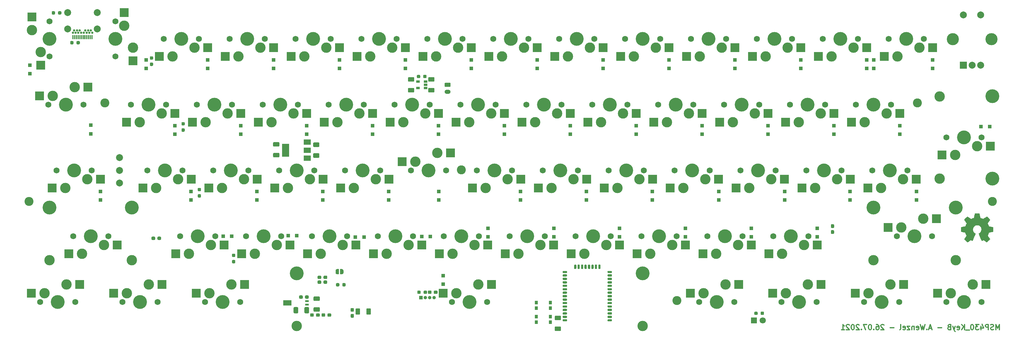
<source format=gbr>
%TF.GenerationSoftware,KiCad,Pcbnew,5.1.10*%
%TF.CreationDate,2021-07-28T13:13:53+02:00*%
%TF.ProjectId,msp430_Keyboard,6d737034-3330-45f4-9b65-79626f617264,rev?*%
%TF.SameCoordinates,Original*%
%TF.FileFunction,Soldermask,Bot*%
%TF.FilePolarity,Negative*%
%FSLAX46Y46*%
G04 Gerber Fmt 4.6, Leading zero omitted, Abs format (unit mm)*
G04 Created by KiCad (PCBNEW 5.1.10) date 2021-07-28 13:13:53*
%MOMM*%
%LPD*%
G01*
G04 APERTURE LIST*
%ADD10C,0.300000*%
%ADD11C,0.010000*%
%ADD12R,1.000000X1.000000*%
%ADD13C,2.000000*%
%ADD14C,1.800000*%
%ADD15R,1.800000X1.800000*%
%ADD16C,0.100000*%
%ADD17C,0.650000*%
%ADD18R,0.300000X1.200000*%
%ADD19C,2.012000*%
%ADD20R,2.000000X1.500000*%
%ADD21R,2.000000X3.800000*%
%ADD22R,1.060000X0.650000*%
%ADD23O,1.750000X1.200000*%
%ADD24R,2.000000X2.000000*%
%ADD25C,3.500000*%
%ADD26R,2.400000X1.500000*%
%ADD27R,1.100000X0.600000*%
%ADD28R,0.900000X1.000000*%
%ADD29O,1.000000X1.000000*%
%ADD30C,1.750000*%
%ADD31C,4.000000*%
%ADD32C,3.000000*%
%ADD33R,2.550000X2.500000*%
%ADD34C,2.600000*%
%ADD35R,2.500000X2.550000*%
G04 APERTURE END LIST*
D10*
X274529857Y-84244571D02*
X274529857Y-82744571D01*
X274029857Y-83816000D01*
X273529857Y-82744571D01*
X273529857Y-84244571D01*
X272887000Y-84173142D02*
X272672714Y-84244571D01*
X272315571Y-84244571D01*
X272172714Y-84173142D01*
X272101285Y-84101714D01*
X272029857Y-83958857D01*
X272029857Y-83816000D01*
X272101285Y-83673142D01*
X272172714Y-83601714D01*
X272315571Y-83530285D01*
X272601285Y-83458857D01*
X272744142Y-83387428D01*
X272815571Y-83316000D01*
X272887000Y-83173142D01*
X272887000Y-83030285D01*
X272815571Y-82887428D01*
X272744142Y-82816000D01*
X272601285Y-82744571D01*
X272244142Y-82744571D01*
X272029857Y-82816000D01*
X271387000Y-84244571D02*
X271387000Y-82744571D01*
X270815571Y-82744571D01*
X270672714Y-82816000D01*
X270601285Y-82887428D01*
X270529857Y-83030285D01*
X270529857Y-83244571D01*
X270601285Y-83387428D01*
X270672714Y-83458857D01*
X270815571Y-83530285D01*
X271387000Y-83530285D01*
X269244142Y-83244571D02*
X269244142Y-84244571D01*
X269601285Y-82673142D02*
X269958428Y-83744571D01*
X269029857Y-83744571D01*
X268601285Y-82744571D02*
X267672714Y-82744571D01*
X268172714Y-83316000D01*
X267958428Y-83316000D01*
X267815571Y-83387428D01*
X267744142Y-83458857D01*
X267672714Y-83601714D01*
X267672714Y-83958857D01*
X267744142Y-84101714D01*
X267815571Y-84173142D01*
X267958428Y-84244571D01*
X268387000Y-84244571D01*
X268529857Y-84173142D01*
X268601285Y-84101714D01*
X266744142Y-82744571D02*
X266601285Y-82744571D01*
X266458428Y-82816000D01*
X266387000Y-82887428D01*
X266315571Y-83030285D01*
X266244142Y-83316000D01*
X266244142Y-83673142D01*
X266315571Y-83958857D01*
X266387000Y-84101714D01*
X266458428Y-84173142D01*
X266601285Y-84244571D01*
X266744142Y-84244571D01*
X266887000Y-84173142D01*
X266958428Y-84101714D01*
X267029857Y-83958857D01*
X267101285Y-83673142D01*
X267101285Y-83316000D01*
X267029857Y-83030285D01*
X266958428Y-82887428D01*
X266887000Y-82816000D01*
X266744142Y-82744571D01*
X265958428Y-84387428D02*
X264815571Y-84387428D01*
X264458428Y-84244571D02*
X264458428Y-82744571D01*
X263601285Y-84244571D02*
X264244142Y-83387428D01*
X263601285Y-82744571D02*
X264458428Y-83601714D01*
X262387000Y-84173142D02*
X262529857Y-84244571D01*
X262815571Y-84244571D01*
X262958428Y-84173142D01*
X263029857Y-84030285D01*
X263029857Y-83458857D01*
X262958428Y-83316000D01*
X262815571Y-83244571D01*
X262529857Y-83244571D01*
X262387000Y-83316000D01*
X262315571Y-83458857D01*
X262315571Y-83601714D01*
X263029857Y-83744571D01*
X261815571Y-83244571D02*
X261458428Y-84244571D01*
X261101285Y-83244571D02*
X261458428Y-84244571D01*
X261601285Y-84601714D01*
X261672714Y-84673142D01*
X261815571Y-84744571D01*
X260029857Y-83458857D02*
X259815571Y-83530285D01*
X259744142Y-83601714D01*
X259672714Y-83744571D01*
X259672714Y-83958857D01*
X259744142Y-84101714D01*
X259815571Y-84173142D01*
X259958428Y-84244571D01*
X260529857Y-84244571D01*
X260529857Y-82744571D01*
X260029857Y-82744571D01*
X259887000Y-82816000D01*
X259815571Y-82887428D01*
X259744142Y-83030285D01*
X259744142Y-83173142D01*
X259815571Y-83316000D01*
X259887000Y-83387428D01*
X260029857Y-83458857D01*
X260529857Y-83458857D01*
X257887000Y-83673142D02*
X256744142Y-83673142D01*
X254958428Y-83816000D02*
X254244142Y-83816000D01*
X255101285Y-84244571D02*
X254601285Y-82744571D01*
X254101285Y-84244571D01*
X253601285Y-84101714D02*
X253529857Y-84173142D01*
X253601285Y-84244571D01*
X253672714Y-84173142D01*
X253601285Y-84101714D01*
X253601285Y-84244571D01*
X253029857Y-82744571D02*
X252672714Y-84244571D01*
X252387000Y-83173142D01*
X252101285Y-84244571D01*
X251744142Y-82744571D01*
X250601285Y-84173142D02*
X250744142Y-84244571D01*
X251029857Y-84244571D01*
X251172714Y-84173142D01*
X251244142Y-84030285D01*
X251244142Y-83458857D01*
X251172714Y-83316000D01*
X251029857Y-83244571D01*
X250744142Y-83244571D01*
X250601285Y-83316000D01*
X250529857Y-83458857D01*
X250529857Y-83601714D01*
X251244142Y-83744571D01*
X249887000Y-83244571D02*
X249887000Y-84244571D01*
X249887000Y-83387428D02*
X249815571Y-83316000D01*
X249672714Y-83244571D01*
X249458428Y-83244571D01*
X249315571Y-83316000D01*
X249244142Y-83458857D01*
X249244142Y-84244571D01*
X248672714Y-83244571D02*
X247887000Y-83244571D01*
X248672714Y-84244571D01*
X247887000Y-84244571D01*
X246744142Y-84173142D02*
X246887000Y-84244571D01*
X247172714Y-84244571D01*
X247315571Y-84173142D01*
X247387000Y-84030285D01*
X247387000Y-83458857D01*
X247315571Y-83316000D01*
X247172714Y-83244571D01*
X246887000Y-83244571D01*
X246744142Y-83316000D01*
X246672714Y-83458857D01*
X246672714Y-83601714D01*
X247387000Y-83744571D01*
X245815571Y-84244571D02*
X245958428Y-84173142D01*
X246029857Y-84030285D01*
X246029857Y-82744571D01*
X244101285Y-83673142D02*
X242958428Y-83673142D01*
X241172714Y-82887428D02*
X241101285Y-82816000D01*
X240958428Y-82744571D01*
X240601285Y-82744571D01*
X240458428Y-82816000D01*
X240387000Y-82887428D01*
X240315571Y-83030285D01*
X240315571Y-83173142D01*
X240387000Y-83387428D01*
X241244142Y-84244571D01*
X240315571Y-84244571D01*
X239029857Y-82744571D02*
X239315571Y-82744571D01*
X239458428Y-82816000D01*
X239529857Y-82887428D01*
X239672714Y-83101714D01*
X239744142Y-83387428D01*
X239744142Y-83958857D01*
X239672714Y-84101714D01*
X239601285Y-84173142D01*
X239458428Y-84244571D01*
X239172714Y-84244571D01*
X239029857Y-84173142D01*
X238958428Y-84101714D01*
X238887000Y-83958857D01*
X238887000Y-83601714D01*
X238958428Y-83458857D01*
X239029857Y-83387428D01*
X239172714Y-83316000D01*
X239458428Y-83316000D01*
X239601285Y-83387428D01*
X239672714Y-83458857D01*
X239744142Y-83601714D01*
X238244142Y-84101714D02*
X238172714Y-84173142D01*
X238244142Y-84244571D01*
X238315571Y-84173142D01*
X238244142Y-84101714D01*
X238244142Y-84244571D01*
X237244142Y-82744571D02*
X237101285Y-82744571D01*
X236958428Y-82816000D01*
X236887000Y-82887428D01*
X236815571Y-83030285D01*
X236744142Y-83316000D01*
X236744142Y-83673142D01*
X236815571Y-83958857D01*
X236887000Y-84101714D01*
X236958428Y-84173142D01*
X237101285Y-84244571D01*
X237244142Y-84244571D01*
X237387000Y-84173142D01*
X237458428Y-84101714D01*
X237529857Y-83958857D01*
X237601285Y-83673142D01*
X237601285Y-83316000D01*
X237529857Y-83030285D01*
X237458428Y-82887428D01*
X237387000Y-82816000D01*
X237244142Y-82744571D01*
X236244142Y-82744571D02*
X235244142Y-82744571D01*
X235887000Y-84244571D01*
X234672714Y-84101714D02*
X234601285Y-84173142D01*
X234672714Y-84244571D01*
X234744142Y-84173142D01*
X234672714Y-84101714D01*
X234672714Y-84244571D01*
X234029857Y-82887428D02*
X233958428Y-82816000D01*
X233815571Y-82744571D01*
X233458428Y-82744571D01*
X233315571Y-82816000D01*
X233244142Y-82887428D01*
X233172714Y-83030285D01*
X233172714Y-83173142D01*
X233244142Y-83387428D01*
X234101285Y-84244571D01*
X233172714Y-84244571D01*
X232244142Y-82744571D02*
X232101285Y-82744571D01*
X231958428Y-82816000D01*
X231887000Y-82887428D01*
X231815571Y-83030285D01*
X231744142Y-83316000D01*
X231744142Y-83673142D01*
X231815571Y-83958857D01*
X231887000Y-84101714D01*
X231958428Y-84173142D01*
X232101285Y-84244571D01*
X232244142Y-84244571D01*
X232387000Y-84173142D01*
X232458428Y-84101714D01*
X232529857Y-83958857D01*
X232601285Y-83673142D01*
X232601285Y-83316000D01*
X232529857Y-83030285D01*
X232458428Y-82887428D01*
X232387000Y-82816000D01*
X232244142Y-82744571D01*
X231172714Y-82887428D02*
X231101285Y-82816000D01*
X230958428Y-82744571D01*
X230601285Y-82744571D01*
X230458428Y-82816000D01*
X230387000Y-82887428D01*
X230315571Y-83030285D01*
X230315571Y-83173142D01*
X230387000Y-83387428D01*
X231244142Y-84244571D01*
X230315571Y-84244571D01*
X228887000Y-84244571D02*
X229744142Y-84244571D01*
X229315571Y-84244571D02*
X229315571Y-82744571D01*
X229458428Y-82958857D01*
X229601285Y-83101714D01*
X229744142Y-83173142D01*
D11*
%TO.C,REF\u002A\u002A*%
G36*
X267887986Y-50586998D02*
G01*
X267729994Y-50587863D01*
X267615653Y-50590205D01*
X267537593Y-50594762D01*
X267488446Y-50602270D01*
X267460841Y-50613466D01*
X267447408Y-50629088D01*
X267440779Y-50649873D01*
X267440135Y-50652563D01*
X267430065Y-50701113D01*
X267411425Y-50796905D01*
X267386155Y-50929743D01*
X267356193Y-51089431D01*
X267323478Y-51265774D01*
X267322336Y-51271967D01*
X267289567Y-51444782D01*
X267258907Y-51597469D01*
X267232336Y-51720871D01*
X267211833Y-51805831D01*
X267199374Y-51843190D01*
X267198780Y-51843852D01*
X267162081Y-51862095D01*
X267086414Y-51892497D01*
X266988122Y-51928493D01*
X266987575Y-51928685D01*
X266863767Y-51975222D01*
X266717804Y-52034504D01*
X266580219Y-52094109D01*
X266573707Y-52097056D01*
X266349610Y-52198765D01*
X265853381Y-51859897D01*
X265701154Y-51756592D01*
X265563259Y-51664237D01*
X265447685Y-51588084D01*
X265362421Y-51533385D01*
X265315456Y-51505393D01*
X265310996Y-51503317D01*
X265276866Y-51512560D01*
X265213119Y-51557156D01*
X265117269Y-51639209D01*
X264986831Y-51760821D01*
X264853672Y-51890205D01*
X264725306Y-52017702D01*
X264610419Y-52134046D01*
X264515927Y-52232052D01*
X264448747Y-52304536D01*
X264415794Y-52344313D01*
X264414568Y-52346361D01*
X264410926Y-52373656D01*
X264424650Y-52418234D01*
X264459131Y-52486112D01*
X264517761Y-52583311D01*
X264603930Y-52715851D01*
X264718800Y-52886476D01*
X264820746Y-53036655D01*
X264911877Y-53171350D01*
X264986927Y-53282740D01*
X265040631Y-53363005D01*
X265067720Y-53404325D01*
X265069426Y-53407130D01*
X265066118Y-53446721D01*
X265041047Y-53523669D01*
X264999202Y-53623432D01*
X264984288Y-53655291D01*
X264919214Y-53797226D01*
X264849788Y-53958273D01*
X264793391Y-54097621D01*
X264752753Y-54201044D01*
X264720474Y-54279642D01*
X264701822Y-54320720D01*
X264699503Y-54323885D01*
X264665197Y-54329128D01*
X264584331Y-54343494D01*
X264467657Y-54364937D01*
X264325925Y-54391413D01*
X264169890Y-54420877D01*
X264010302Y-54451283D01*
X263857915Y-54480588D01*
X263723479Y-54506745D01*
X263617748Y-54527710D01*
X263551474Y-54541439D01*
X263535218Y-54545320D01*
X263518427Y-54554900D01*
X263505751Y-54576536D01*
X263496622Y-54617531D01*
X263490469Y-54685189D01*
X263486720Y-54786812D01*
X263484808Y-54929703D01*
X263484160Y-55121165D01*
X263484126Y-55199645D01*
X263484126Y-55837906D01*
X263637402Y-55868160D01*
X263722678Y-55884564D01*
X263849930Y-55908509D01*
X264003685Y-55937107D01*
X264168466Y-55967467D01*
X264214011Y-55975806D01*
X264366068Y-56005370D01*
X264498532Y-56034442D01*
X264600286Y-56060329D01*
X264660212Y-56080337D01*
X264670195Y-56086301D01*
X264694707Y-56128534D01*
X264729852Y-56210370D01*
X264768827Y-56315683D01*
X264776558Y-56338368D01*
X264827640Y-56479018D01*
X264891046Y-56637714D01*
X264953096Y-56780225D01*
X264953402Y-56780886D01*
X265056733Y-57004440D01*
X264377039Y-58004232D01*
X264813379Y-58441300D01*
X264945351Y-58571381D01*
X265065721Y-58686048D01*
X265167727Y-58779181D01*
X265244609Y-58844658D01*
X265289607Y-58876357D01*
X265296062Y-58878368D01*
X265333960Y-58862529D01*
X265411292Y-58818496D01*
X265519611Y-58751490D01*
X265650468Y-58666734D01*
X265791948Y-58571816D01*
X265935539Y-58474998D01*
X266063565Y-58390751D01*
X266167895Y-58324258D01*
X266240400Y-58280702D01*
X266272842Y-58265264D01*
X266312424Y-58278328D01*
X266387481Y-58312750D01*
X266482532Y-58361380D01*
X266492608Y-58366785D01*
X266620609Y-58430980D01*
X266708382Y-58462463D01*
X266762972Y-58462798D01*
X266791425Y-58433548D01*
X266791590Y-58433138D01*
X266805812Y-58398498D01*
X266839731Y-58316269D01*
X266890716Y-58192814D01*
X266956138Y-58034498D01*
X267033366Y-57847686D01*
X267119771Y-57638742D01*
X267203449Y-57436446D01*
X267295412Y-57213200D01*
X267379850Y-57006392D01*
X267454231Y-56822362D01*
X267516026Y-56667451D01*
X267562703Y-56547996D01*
X267591732Y-56470339D01*
X267600678Y-56441356D01*
X267578244Y-56408110D01*
X267519561Y-56355123D01*
X267441311Y-56296704D01*
X267218466Y-56111952D01*
X267044282Y-55900182D01*
X266920846Y-55665856D01*
X266850246Y-55413434D01*
X266834569Y-55147377D01*
X266845964Y-55024575D01*
X266908050Y-54769793D01*
X267014977Y-54544801D01*
X267160111Y-54351817D01*
X267336822Y-54193061D01*
X267538478Y-54070750D01*
X267758446Y-53987105D01*
X267990094Y-53944344D01*
X268226791Y-53944687D01*
X268461905Y-53990352D01*
X268688804Y-54083559D01*
X268900856Y-54226527D01*
X268989364Y-54307383D01*
X269159111Y-54515007D01*
X269277301Y-54741895D01*
X269344722Y-54981433D01*
X269362160Y-55227007D01*
X269330402Y-55472003D01*
X269250235Y-55709808D01*
X269122445Y-55933807D01*
X268947820Y-56137387D01*
X268752688Y-56296704D01*
X268671409Y-56357602D01*
X268613991Y-56410015D01*
X268593322Y-56441406D01*
X268604144Y-56475639D01*
X268634923Y-56557419D01*
X268683126Y-56680407D01*
X268746222Y-56838263D01*
X268821678Y-57024649D01*
X268906962Y-57233226D01*
X268990781Y-57436496D01*
X269083255Y-57659933D01*
X269168911Y-57866984D01*
X269245118Y-58051286D01*
X269309247Y-58206475D01*
X269358668Y-58326188D01*
X269390752Y-58404061D01*
X269402641Y-58433138D01*
X269430726Y-58462677D01*
X269485051Y-58462591D01*
X269572605Y-58431326D01*
X269700381Y-58367329D01*
X269701392Y-58366785D01*
X269797598Y-58317121D01*
X269875369Y-58280945D01*
X269919223Y-58265408D01*
X269921158Y-58265264D01*
X269954171Y-58281024D01*
X270027054Y-58324850D01*
X270131678Y-58391557D01*
X270259910Y-58475964D01*
X270402052Y-58571816D01*
X270546767Y-58668867D01*
X270677196Y-58753270D01*
X270784890Y-58819801D01*
X270861402Y-58863238D01*
X270897938Y-58878368D01*
X270931582Y-58858482D01*
X270999224Y-58802903D01*
X271094107Y-58717754D01*
X271209470Y-58609153D01*
X271338555Y-58483221D01*
X271380771Y-58441149D01*
X271817261Y-58003931D01*
X271485023Y-57516340D01*
X271384054Y-57366605D01*
X271295438Y-57232220D01*
X271224146Y-57120969D01*
X271175150Y-57040639D01*
X271153422Y-56999014D01*
X271152785Y-56996053D01*
X271164240Y-56956818D01*
X271195051Y-56877895D01*
X271239884Y-56772509D01*
X271271353Y-56701954D01*
X271330192Y-56566876D01*
X271385604Y-56430409D01*
X271428564Y-56315103D01*
X271440234Y-56279977D01*
X271473389Y-56186174D01*
X271505799Y-56113694D01*
X271523601Y-56086301D01*
X271562886Y-56069536D01*
X271648626Y-56045770D01*
X271769697Y-56017697D01*
X271914973Y-55988009D01*
X271979988Y-55975806D01*
X272145087Y-55945468D01*
X272303448Y-55916093D01*
X272439596Y-55890569D01*
X272538057Y-55871785D01*
X272556598Y-55868160D01*
X272709873Y-55837906D01*
X272709873Y-55199645D01*
X272709529Y-54989770D01*
X272708116Y-54830980D01*
X272705064Y-54715973D01*
X272699803Y-54637446D01*
X272691763Y-54588096D01*
X272680373Y-54560619D01*
X272665063Y-54547713D01*
X272658782Y-54545320D01*
X272620896Y-54536833D01*
X272537195Y-54519900D01*
X272418433Y-54496566D01*
X272275361Y-54468875D01*
X272118732Y-54438873D01*
X271959297Y-54408604D01*
X271807809Y-54380115D01*
X271675019Y-54355449D01*
X271571681Y-54336651D01*
X271508545Y-54325767D01*
X271494497Y-54323885D01*
X271481770Y-54298704D01*
X271453600Y-54231622D01*
X271415252Y-54135333D01*
X271400609Y-54097621D01*
X271341548Y-53951921D01*
X271272000Y-53790951D01*
X271209712Y-53655291D01*
X271163879Y-53551561D01*
X271133387Y-53466326D01*
X271123208Y-53414126D01*
X271124831Y-53407130D01*
X271146343Y-53374102D01*
X271195465Y-53300643D01*
X271266923Y-53194577D01*
X271355445Y-53063726D01*
X271455759Y-52915912D01*
X271475594Y-52886734D01*
X271591988Y-52713863D01*
X271677548Y-52582226D01*
X271735684Y-52485761D01*
X271769808Y-52418408D01*
X271783331Y-52374106D01*
X271779664Y-52346794D01*
X271779570Y-52346620D01*
X271750707Y-52310746D01*
X271686867Y-52241391D01*
X271594969Y-52145745D01*
X271481933Y-52030999D01*
X271354679Y-51904341D01*
X271340328Y-51890205D01*
X271179957Y-51734903D01*
X271056195Y-51620870D01*
X270966555Y-51546002D01*
X270908552Y-51508196D01*
X270883004Y-51503317D01*
X270845718Y-51524603D01*
X270768343Y-51573773D01*
X270658867Y-51645575D01*
X270525280Y-51734755D01*
X270375570Y-51836063D01*
X270340618Y-51859897D01*
X269844390Y-52198765D01*
X269620293Y-52097056D01*
X269484011Y-52037783D01*
X269337724Y-51978170D01*
X269211965Y-51930640D01*
X269206425Y-51928685D01*
X269108057Y-51892677D01*
X269032229Y-51862229D01*
X268995282Y-51843905D01*
X268995220Y-51843852D01*
X268983496Y-51810729D01*
X268963568Y-51729267D01*
X268937413Y-51608625D01*
X268907010Y-51457959D01*
X268874337Y-51286428D01*
X268871664Y-51271967D01*
X268838890Y-51095235D01*
X268808802Y-50934810D01*
X268783339Y-50800888D01*
X268764441Y-50703663D01*
X268754047Y-50653332D01*
X268753865Y-50652563D01*
X268747539Y-50631153D01*
X268735239Y-50614988D01*
X268709594Y-50603331D01*
X268663235Y-50595445D01*
X268588792Y-50590593D01*
X268478895Y-50588039D01*
X268326175Y-50587045D01*
X268123262Y-50586874D01*
X268097000Y-50586874D01*
X267887986Y-50586998D01*
G37*
X267887986Y-50586998D02*
X267729994Y-50587863D01*
X267615653Y-50590205D01*
X267537593Y-50594762D01*
X267488446Y-50602270D01*
X267460841Y-50613466D01*
X267447408Y-50629088D01*
X267440779Y-50649873D01*
X267440135Y-50652563D01*
X267430065Y-50701113D01*
X267411425Y-50796905D01*
X267386155Y-50929743D01*
X267356193Y-51089431D01*
X267323478Y-51265774D01*
X267322336Y-51271967D01*
X267289567Y-51444782D01*
X267258907Y-51597469D01*
X267232336Y-51720871D01*
X267211833Y-51805831D01*
X267199374Y-51843190D01*
X267198780Y-51843852D01*
X267162081Y-51862095D01*
X267086414Y-51892497D01*
X266988122Y-51928493D01*
X266987575Y-51928685D01*
X266863767Y-51975222D01*
X266717804Y-52034504D01*
X266580219Y-52094109D01*
X266573707Y-52097056D01*
X266349610Y-52198765D01*
X265853381Y-51859897D01*
X265701154Y-51756592D01*
X265563259Y-51664237D01*
X265447685Y-51588084D01*
X265362421Y-51533385D01*
X265315456Y-51505393D01*
X265310996Y-51503317D01*
X265276866Y-51512560D01*
X265213119Y-51557156D01*
X265117269Y-51639209D01*
X264986831Y-51760821D01*
X264853672Y-51890205D01*
X264725306Y-52017702D01*
X264610419Y-52134046D01*
X264515927Y-52232052D01*
X264448747Y-52304536D01*
X264415794Y-52344313D01*
X264414568Y-52346361D01*
X264410926Y-52373656D01*
X264424650Y-52418234D01*
X264459131Y-52486112D01*
X264517761Y-52583311D01*
X264603930Y-52715851D01*
X264718800Y-52886476D01*
X264820746Y-53036655D01*
X264911877Y-53171350D01*
X264986927Y-53282740D01*
X265040631Y-53363005D01*
X265067720Y-53404325D01*
X265069426Y-53407130D01*
X265066118Y-53446721D01*
X265041047Y-53523669D01*
X264999202Y-53623432D01*
X264984288Y-53655291D01*
X264919214Y-53797226D01*
X264849788Y-53958273D01*
X264793391Y-54097621D01*
X264752753Y-54201044D01*
X264720474Y-54279642D01*
X264701822Y-54320720D01*
X264699503Y-54323885D01*
X264665197Y-54329128D01*
X264584331Y-54343494D01*
X264467657Y-54364937D01*
X264325925Y-54391413D01*
X264169890Y-54420877D01*
X264010302Y-54451283D01*
X263857915Y-54480588D01*
X263723479Y-54506745D01*
X263617748Y-54527710D01*
X263551474Y-54541439D01*
X263535218Y-54545320D01*
X263518427Y-54554900D01*
X263505751Y-54576536D01*
X263496622Y-54617531D01*
X263490469Y-54685189D01*
X263486720Y-54786812D01*
X263484808Y-54929703D01*
X263484160Y-55121165D01*
X263484126Y-55199645D01*
X263484126Y-55837906D01*
X263637402Y-55868160D01*
X263722678Y-55884564D01*
X263849930Y-55908509D01*
X264003685Y-55937107D01*
X264168466Y-55967467D01*
X264214011Y-55975806D01*
X264366068Y-56005370D01*
X264498532Y-56034442D01*
X264600286Y-56060329D01*
X264660212Y-56080337D01*
X264670195Y-56086301D01*
X264694707Y-56128534D01*
X264729852Y-56210370D01*
X264768827Y-56315683D01*
X264776558Y-56338368D01*
X264827640Y-56479018D01*
X264891046Y-56637714D01*
X264953096Y-56780225D01*
X264953402Y-56780886D01*
X265056733Y-57004440D01*
X264377039Y-58004232D01*
X264813379Y-58441300D01*
X264945351Y-58571381D01*
X265065721Y-58686048D01*
X265167727Y-58779181D01*
X265244609Y-58844658D01*
X265289607Y-58876357D01*
X265296062Y-58878368D01*
X265333960Y-58862529D01*
X265411292Y-58818496D01*
X265519611Y-58751490D01*
X265650468Y-58666734D01*
X265791948Y-58571816D01*
X265935539Y-58474998D01*
X266063565Y-58390751D01*
X266167895Y-58324258D01*
X266240400Y-58280702D01*
X266272842Y-58265264D01*
X266312424Y-58278328D01*
X266387481Y-58312750D01*
X266482532Y-58361380D01*
X266492608Y-58366785D01*
X266620609Y-58430980D01*
X266708382Y-58462463D01*
X266762972Y-58462798D01*
X266791425Y-58433548D01*
X266791590Y-58433138D01*
X266805812Y-58398498D01*
X266839731Y-58316269D01*
X266890716Y-58192814D01*
X266956138Y-58034498D01*
X267033366Y-57847686D01*
X267119771Y-57638742D01*
X267203449Y-57436446D01*
X267295412Y-57213200D01*
X267379850Y-57006392D01*
X267454231Y-56822362D01*
X267516026Y-56667451D01*
X267562703Y-56547996D01*
X267591732Y-56470339D01*
X267600678Y-56441356D01*
X267578244Y-56408110D01*
X267519561Y-56355123D01*
X267441311Y-56296704D01*
X267218466Y-56111952D01*
X267044282Y-55900182D01*
X266920846Y-55665856D01*
X266850246Y-55413434D01*
X266834569Y-55147377D01*
X266845964Y-55024575D01*
X266908050Y-54769793D01*
X267014977Y-54544801D01*
X267160111Y-54351817D01*
X267336822Y-54193061D01*
X267538478Y-54070750D01*
X267758446Y-53987105D01*
X267990094Y-53944344D01*
X268226791Y-53944687D01*
X268461905Y-53990352D01*
X268688804Y-54083559D01*
X268900856Y-54226527D01*
X268989364Y-54307383D01*
X269159111Y-54515007D01*
X269277301Y-54741895D01*
X269344722Y-54981433D01*
X269362160Y-55227007D01*
X269330402Y-55472003D01*
X269250235Y-55709808D01*
X269122445Y-55933807D01*
X268947820Y-56137387D01*
X268752688Y-56296704D01*
X268671409Y-56357602D01*
X268613991Y-56410015D01*
X268593322Y-56441406D01*
X268604144Y-56475639D01*
X268634923Y-56557419D01*
X268683126Y-56680407D01*
X268746222Y-56838263D01*
X268821678Y-57024649D01*
X268906962Y-57233226D01*
X268990781Y-57436496D01*
X269083255Y-57659933D01*
X269168911Y-57866984D01*
X269245118Y-58051286D01*
X269309247Y-58206475D01*
X269358668Y-58326188D01*
X269390752Y-58404061D01*
X269402641Y-58433138D01*
X269430726Y-58462677D01*
X269485051Y-58462591D01*
X269572605Y-58431326D01*
X269700381Y-58367329D01*
X269701392Y-58366785D01*
X269797598Y-58317121D01*
X269875369Y-58280945D01*
X269919223Y-58265408D01*
X269921158Y-58265264D01*
X269954171Y-58281024D01*
X270027054Y-58324850D01*
X270131678Y-58391557D01*
X270259910Y-58475964D01*
X270402052Y-58571816D01*
X270546767Y-58668867D01*
X270677196Y-58753270D01*
X270784890Y-58819801D01*
X270861402Y-58863238D01*
X270897938Y-58878368D01*
X270931582Y-58858482D01*
X270999224Y-58802903D01*
X271094107Y-58717754D01*
X271209470Y-58609153D01*
X271338555Y-58483221D01*
X271380771Y-58441149D01*
X271817261Y-58003931D01*
X271485023Y-57516340D01*
X271384054Y-57366605D01*
X271295438Y-57232220D01*
X271224146Y-57120969D01*
X271175150Y-57040639D01*
X271153422Y-56999014D01*
X271152785Y-56996053D01*
X271164240Y-56956818D01*
X271195051Y-56877895D01*
X271239884Y-56772509D01*
X271271353Y-56701954D01*
X271330192Y-56566876D01*
X271385604Y-56430409D01*
X271428564Y-56315103D01*
X271440234Y-56279977D01*
X271473389Y-56186174D01*
X271505799Y-56113694D01*
X271523601Y-56086301D01*
X271562886Y-56069536D01*
X271648626Y-56045770D01*
X271769697Y-56017697D01*
X271914973Y-55988009D01*
X271979988Y-55975806D01*
X272145087Y-55945468D01*
X272303448Y-55916093D01*
X272439596Y-55890569D01*
X272538057Y-55871785D01*
X272556598Y-55868160D01*
X272709873Y-55837906D01*
X272709873Y-55199645D01*
X272709529Y-54989770D01*
X272708116Y-54830980D01*
X272705064Y-54715973D01*
X272699803Y-54637446D01*
X272691763Y-54588096D01*
X272680373Y-54560619D01*
X272665063Y-54547713D01*
X272658782Y-54545320D01*
X272620896Y-54536833D01*
X272537195Y-54519900D01*
X272418433Y-54496566D01*
X272275361Y-54468875D01*
X272118732Y-54438873D01*
X271959297Y-54408604D01*
X271807809Y-54380115D01*
X271675019Y-54355449D01*
X271571681Y-54336651D01*
X271508545Y-54325767D01*
X271494497Y-54323885D01*
X271481770Y-54298704D01*
X271453600Y-54231622D01*
X271415252Y-54135333D01*
X271400609Y-54097621D01*
X271341548Y-53951921D01*
X271272000Y-53790951D01*
X271209712Y-53655291D01*
X271163879Y-53551561D01*
X271133387Y-53466326D01*
X271123208Y-53414126D01*
X271124831Y-53407130D01*
X271146343Y-53374102D01*
X271195465Y-53300643D01*
X271266923Y-53194577D01*
X271355445Y-53063726D01*
X271455759Y-52915912D01*
X271475594Y-52886734D01*
X271591988Y-52713863D01*
X271677548Y-52582226D01*
X271735684Y-52485761D01*
X271769808Y-52418408D01*
X271783331Y-52374106D01*
X271779664Y-52346794D01*
X271779570Y-52346620D01*
X271750707Y-52310746D01*
X271686867Y-52241391D01*
X271594969Y-52145745D01*
X271481933Y-52030999D01*
X271354679Y-51904341D01*
X271340328Y-51890205D01*
X271179957Y-51734903D01*
X271056195Y-51620870D01*
X270966555Y-51546002D01*
X270908552Y-51508196D01*
X270883004Y-51503317D01*
X270845718Y-51524603D01*
X270768343Y-51573773D01*
X270658867Y-51645575D01*
X270525280Y-51734755D01*
X270375570Y-51836063D01*
X270340618Y-51859897D01*
X269844390Y-52198765D01*
X269620293Y-52097056D01*
X269484011Y-52037783D01*
X269337724Y-51978170D01*
X269211965Y-51930640D01*
X269206425Y-51928685D01*
X269108057Y-51892677D01*
X269032229Y-51862229D01*
X268995282Y-51843905D01*
X268995220Y-51843852D01*
X268983496Y-51810729D01*
X268963568Y-51729267D01*
X268937413Y-51608625D01*
X268907010Y-51457959D01*
X268874337Y-51286428D01*
X268871664Y-51271967D01*
X268838890Y-51095235D01*
X268808802Y-50934810D01*
X268783339Y-50800888D01*
X268764441Y-50703663D01*
X268754047Y-50653332D01*
X268753865Y-50652563D01*
X268747539Y-50631153D01*
X268735239Y-50614988D01*
X268709594Y-50603331D01*
X268663235Y-50595445D01*
X268588792Y-50590593D01*
X268478895Y-50588039D01*
X268326175Y-50587045D01*
X268123262Y-50586874D01*
X268097000Y-50586874D01*
X267887986Y-50586998D01*
%TD*%
%TO.C,R12*%
G36*
G01*
X108121000Y-73643500D02*
X108121000Y-73168500D01*
G75*
G02*
X108358500Y-72931000I237500J0D01*
G01*
X108858500Y-72931000D01*
G75*
G02*
X109096000Y-73168500I0J-237500D01*
G01*
X109096000Y-73643500D01*
G75*
G02*
X108858500Y-73881000I-237500J0D01*
G01*
X108358500Y-73881000D01*
G75*
G02*
X108121000Y-73643500I0J237500D01*
G01*
G37*
G36*
G01*
X106296000Y-73643500D02*
X106296000Y-73168500D01*
G75*
G02*
X106533500Y-72931000I237500J0D01*
G01*
X107033500Y-72931000D01*
G75*
G02*
X107271000Y-73168500I0J-237500D01*
G01*
X107271000Y-73643500D01*
G75*
G02*
X107033500Y-73881000I-237500J0D01*
G01*
X106533500Y-73881000D01*
G75*
G02*
X106296000Y-73643500I0J237500D01*
G01*
G37*
%TD*%
%TO.C,R8*%
G36*
G01*
X6941000Y-905500D02*
X6941000Y-1380500D01*
G75*
G02*
X6703500Y-1618000I-237500J0D01*
G01*
X6203500Y-1618000D01*
G75*
G02*
X5966000Y-1380500I0J237500D01*
G01*
X5966000Y-905500D01*
G75*
G02*
X6203500Y-668000I237500J0D01*
G01*
X6703500Y-668000D01*
G75*
G02*
X6941000Y-905500I0J-237500D01*
G01*
G37*
G36*
G01*
X8766000Y-905500D02*
X8766000Y-1380500D01*
G75*
G02*
X8528500Y-1618000I-237500J0D01*
G01*
X8028500Y-1618000D01*
G75*
G02*
X7791000Y-1380500I0J237500D01*
G01*
X7791000Y-905500D01*
G75*
G02*
X8028500Y-668000I237500J0D01*
G01*
X8528500Y-668000D01*
G75*
G02*
X8766000Y-905500I0J-237500D01*
G01*
G37*
%TD*%
%TO.C,R6*%
G36*
G01*
X1607000Y7730500D02*
X1607000Y7255500D01*
G75*
G02*
X1369500Y7018000I-237500J0D01*
G01*
X869500Y7018000D01*
G75*
G02*
X632000Y7255500I0J237500D01*
G01*
X632000Y7730500D01*
G75*
G02*
X869500Y7968000I237500J0D01*
G01*
X1369500Y7968000D01*
G75*
G02*
X1607000Y7730500I0J-237500D01*
G01*
G37*
G36*
G01*
X3432000Y7730500D02*
X3432000Y7255500D01*
G75*
G02*
X3194500Y7018000I-237500J0D01*
G01*
X2694500Y7018000D01*
G75*
G02*
X2457000Y7255500I0J237500D01*
G01*
X2457000Y7730500D01*
G75*
G02*
X2694500Y7968000I237500J0D01*
G01*
X3194500Y7968000D01*
G75*
G02*
X3432000Y7730500I0J-237500D01*
G01*
G37*
%TD*%
%TO.C,R5*%
G36*
G01*
X84626000Y-71484500D02*
X84626000Y-71009500D01*
G75*
G02*
X84863500Y-70772000I237500J0D01*
G01*
X85363500Y-70772000D01*
G75*
G02*
X85601000Y-71009500I0J-237500D01*
G01*
X85601000Y-71484500D01*
G75*
G02*
X85363500Y-71722000I-237500J0D01*
G01*
X84863500Y-71722000D01*
G75*
G02*
X84626000Y-71484500I0J237500D01*
G01*
G37*
G36*
G01*
X82801000Y-71484500D02*
X82801000Y-71009500D01*
G75*
G02*
X83038500Y-70772000I237500J0D01*
G01*
X83538500Y-70772000D01*
G75*
G02*
X83776000Y-71009500I0J-237500D01*
G01*
X83776000Y-71484500D01*
G75*
G02*
X83538500Y-71722000I-237500J0D01*
G01*
X83038500Y-71722000D01*
G75*
G02*
X82801000Y-71484500I0J237500D01*
G01*
G37*
%TD*%
%TO.C,R4*%
G36*
G01*
X53450500Y-63202000D02*
X52975500Y-63202000D01*
G75*
G02*
X52738000Y-62964500I0J237500D01*
G01*
X52738000Y-62464500D01*
G75*
G02*
X52975500Y-62227000I237500J0D01*
G01*
X53450500Y-62227000D01*
G75*
G02*
X53688000Y-62464500I0J-237500D01*
G01*
X53688000Y-62964500D01*
G75*
G02*
X53450500Y-63202000I-237500J0D01*
G01*
G37*
G36*
G01*
X53450500Y-65027000D02*
X52975500Y-65027000D01*
G75*
G02*
X52738000Y-64789500I0J237500D01*
G01*
X52738000Y-64289500D01*
G75*
G02*
X52975500Y-64052000I237500J0D01*
G01*
X53450500Y-64052000D01*
G75*
G02*
X53688000Y-64289500I0J-237500D01*
G01*
X53688000Y-64789500D01*
G75*
G02*
X53450500Y-65027000I-237500J0D01*
G01*
G37*
%TD*%
%TO.C,R3*%
G36*
G01*
X43544500Y-44152000D02*
X43069500Y-44152000D01*
G75*
G02*
X42832000Y-43914500I0J237500D01*
G01*
X42832000Y-43414500D01*
G75*
G02*
X43069500Y-43177000I237500J0D01*
G01*
X43544500Y-43177000D01*
G75*
G02*
X43782000Y-43414500I0J-237500D01*
G01*
X43782000Y-43914500D01*
G75*
G02*
X43544500Y-44152000I-237500J0D01*
G01*
G37*
G36*
G01*
X43544500Y-45977000D02*
X43069500Y-45977000D01*
G75*
G02*
X42832000Y-45739500I0J237500D01*
G01*
X42832000Y-45239500D01*
G75*
G02*
X43069500Y-45002000I237500J0D01*
G01*
X43544500Y-45002000D01*
G75*
G02*
X43782000Y-45239500I0J-237500D01*
G01*
X43782000Y-45739500D01*
G75*
G02*
X43544500Y-45977000I-237500J0D01*
G01*
G37*
%TD*%
%TO.C,R2*%
G36*
G01*
X38845500Y-25102000D02*
X38370500Y-25102000D01*
G75*
G02*
X38133000Y-24864500I0J237500D01*
G01*
X38133000Y-24364500D01*
G75*
G02*
X38370500Y-24127000I237500J0D01*
G01*
X38845500Y-24127000D01*
G75*
G02*
X39083000Y-24364500I0J-237500D01*
G01*
X39083000Y-24864500D01*
G75*
G02*
X38845500Y-25102000I-237500J0D01*
G01*
G37*
G36*
G01*
X38845500Y-26927000D02*
X38370500Y-26927000D01*
G75*
G02*
X38133000Y-26689500I0J237500D01*
G01*
X38133000Y-26189500D01*
G75*
G02*
X38370500Y-25952000I237500J0D01*
G01*
X38845500Y-25952000D01*
G75*
G02*
X39083000Y-26189500I0J-237500D01*
G01*
X39083000Y-26689500D01*
G75*
G02*
X38845500Y-26927000I-237500J0D01*
G01*
G37*
%TD*%
%TO.C,R1*%
G36*
G01*
X29701500Y-6052000D02*
X29226500Y-6052000D01*
G75*
G02*
X28989000Y-5814500I0J237500D01*
G01*
X28989000Y-5314500D01*
G75*
G02*
X29226500Y-5077000I237500J0D01*
G01*
X29701500Y-5077000D01*
G75*
G02*
X29939000Y-5314500I0J-237500D01*
G01*
X29939000Y-5814500D01*
G75*
G02*
X29701500Y-6052000I-237500J0D01*
G01*
G37*
G36*
G01*
X29701500Y-7877000D02*
X29226500Y-7877000D01*
G75*
G02*
X28989000Y-7639500I0J237500D01*
G01*
X28989000Y-7139500D01*
G75*
G02*
X29226500Y-6902000I237500J0D01*
G01*
X29701500Y-6902000D01*
G75*
G02*
X29939000Y-7139500I0J-237500D01*
G01*
X29939000Y-7639500D01*
G75*
G02*
X29701500Y-7877000I-237500J0D01*
G01*
G37*
%TD*%
%TO.C,C19*%
G36*
G01*
X111069000Y-73643500D02*
X111069000Y-73168500D01*
G75*
G02*
X111306500Y-72931000I237500J0D01*
G01*
X111906500Y-72931000D01*
G75*
G02*
X112144000Y-73168500I0J-237500D01*
G01*
X112144000Y-73643500D01*
G75*
G02*
X111906500Y-73881000I-237500J0D01*
G01*
X111306500Y-73881000D01*
G75*
G02*
X111069000Y-73643500I0J237500D01*
G01*
G37*
G36*
G01*
X109344000Y-73643500D02*
X109344000Y-73168500D01*
G75*
G02*
X109581500Y-72931000I237500J0D01*
G01*
X110181500Y-72931000D01*
G75*
G02*
X110419000Y-73168500I0J-237500D01*
G01*
X110419000Y-73643500D01*
G75*
G02*
X110181500Y-73881000I-237500J0D01*
G01*
X109581500Y-73881000D01*
G75*
G02*
X109344000Y-73643500I0J237500D01*
G01*
G37*
%TD*%
%TO.C,C5*%
G36*
G01*
X146288998Y-83323000D02*
X147589002Y-83323000D01*
G75*
G02*
X147839000Y-83572998I0J-249998D01*
G01*
X147839000Y-84398002D01*
G75*
G02*
X147589002Y-84648000I-249998J0D01*
G01*
X146288998Y-84648000D01*
G75*
G02*
X146039000Y-84398002I0J249998D01*
G01*
X146039000Y-83572998D01*
G75*
G02*
X146288998Y-83323000I249998J0D01*
G01*
G37*
G36*
G01*
X146288998Y-80198000D02*
X147589002Y-80198000D01*
G75*
G02*
X147839000Y-80447998I0J-249998D01*
G01*
X147839000Y-81273002D01*
G75*
G02*
X147589002Y-81523000I-249998J0D01*
G01*
X146288998Y-81523000D01*
G75*
G02*
X146039000Y-81273002I0J249998D01*
G01*
X146039000Y-80447998D01*
G75*
G02*
X146288998Y-80198000I249998J0D01*
G01*
G37*
%TD*%
%TO.C,C2*%
G36*
G01*
X226076500Y-55443000D02*
X226551500Y-55443000D01*
G75*
G02*
X226789000Y-55680500I0J-237500D01*
G01*
X226789000Y-56280500D01*
G75*
G02*
X226551500Y-56518000I-237500J0D01*
G01*
X226076500Y-56518000D01*
G75*
G02*
X225839000Y-56280500I0J237500D01*
G01*
X225839000Y-55680500D01*
G75*
G02*
X226076500Y-55443000I237500J0D01*
G01*
G37*
G36*
G01*
X226076500Y-53718000D02*
X226551500Y-53718000D01*
G75*
G02*
X226789000Y-53955500I0J-237500D01*
G01*
X226789000Y-54555500D01*
G75*
G02*
X226551500Y-54793000I-237500J0D01*
G01*
X226076500Y-54793000D01*
G75*
G02*
X225839000Y-54555500I0J237500D01*
G01*
X225839000Y-53955500D01*
G75*
G02*
X226076500Y-53718000I237500J0D01*
G01*
G37*
%TD*%
%TO.C,C1*%
G36*
G01*
X31186000Y-58022500D02*
X31186000Y-57547500D01*
G75*
G02*
X31423500Y-57310000I237500J0D01*
G01*
X32023500Y-57310000D01*
G75*
G02*
X32261000Y-57547500I0J-237500D01*
G01*
X32261000Y-58022500D01*
G75*
G02*
X32023500Y-58260000I-237500J0D01*
G01*
X31423500Y-58260000D01*
G75*
G02*
X31186000Y-58022500I0J237500D01*
G01*
G37*
G36*
G01*
X29461000Y-58022500D02*
X29461000Y-57547500D01*
G75*
G02*
X29698500Y-57310000I237500J0D01*
G01*
X30298500Y-57310000D01*
G75*
G02*
X30536000Y-57547500I0J-237500D01*
G01*
X30536000Y-58022500D01*
G75*
G02*
X30298500Y-58260000I-237500J0D01*
G01*
X29698500Y-58260000D01*
G75*
G02*
X29461000Y-58022500I0J237500D01*
G01*
G37*
%TD*%
D12*
%TO.C,D7*%
X50185000Y-57150000D03*
X52685000Y-57150000D03*
%TD*%
D13*
%TO.C,SW65*%
X20193000Y-41800000D03*
X20193000Y-38100000D03*
X20193000Y-34400000D03*
%TD*%
%TO.C,R11*%
G36*
G01*
X204680000Y-79264500D02*
X204680000Y-79739500D01*
G75*
G02*
X204442500Y-79977000I-237500J0D01*
G01*
X203942500Y-79977000D01*
G75*
G02*
X203705000Y-79739500I0J237500D01*
G01*
X203705000Y-79264500D01*
G75*
G02*
X203942500Y-79027000I237500J0D01*
G01*
X204442500Y-79027000D01*
G75*
G02*
X204680000Y-79264500I0J-237500D01*
G01*
G37*
G36*
G01*
X206505000Y-79264500D02*
X206505000Y-79739500D01*
G75*
G02*
X206267500Y-79977000I-237500J0D01*
G01*
X205767500Y-79977000D01*
G75*
G02*
X205530000Y-79739500I0J237500D01*
G01*
X205530000Y-79264500D01*
G75*
G02*
X205767500Y-79027000I237500J0D01*
G01*
X206267500Y-79027000D01*
G75*
G02*
X206505000Y-79264500I0J-237500D01*
G01*
G37*
%TD*%
D14*
%TO.C,D55*%
X206121000Y-81534000D03*
D15*
X203581000Y-81534000D03*
%TD*%
D16*
%TO.C,JP1*%
G36*
X83670000Y-68187000D02*
G01*
X83170000Y-68187000D01*
X83170000Y-68186398D01*
X83145466Y-68186398D01*
X83096635Y-68181588D01*
X83048510Y-68172016D01*
X83001555Y-68157772D01*
X82956222Y-68138995D01*
X82912949Y-68115864D01*
X82872150Y-68088604D01*
X82834221Y-68057476D01*
X82799524Y-68022779D01*
X82768396Y-67984850D01*
X82741136Y-67944051D01*
X82718005Y-67900778D01*
X82699228Y-67855445D01*
X82684984Y-67808490D01*
X82675412Y-67760365D01*
X82670602Y-67711534D01*
X82670602Y-67687000D01*
X82670000Y-67687000D01*
X82670000Y-67187000D01*
X82670602Y-67187000D01*
X82670602Y-67162466D01*
X82675412Y-67113635D01*
X82684984Y-67065510D01*
X82699228Y-67018555D01*
X82718005Y-66973222D01*
X82741136Y-66929949D01*
X82768396Y-66889150D01*
X82799524Y-66851221D01*
X82834221Y-66816524D01*
X82872150Y-66785396D01*
X82912949Y-66758136D01*
X82956222Y-66735005D01*
X83001555Y-66716228D01*
X83048510Y-66701984D01*
X83096635Y-66692412D01*
X83145466Y-66687602D01*
X83170000Y-66687602D01*
X83170000Y-66687000D01*
X83670000Y-66687000D01*
X83670000Y-68187000D01*
G37*
G36*
X84470000Y-66687602D02*
G01*
X84494534Y-66687602D01*
X84543365Y-66692412D01*
X84591490Y-66701984D01*
X84638445Y-66716228D01*
X84683778Y-66735005D01*
X84727051Y-66758136D01*
X84767850Y-66785396D01*
X84805779Y-66816524D01*
X84840476Y-66851221D01*
X84871604Y-66889150D01*
X84898864Y-66929949D01*
X84921995Y-66973222D01*
X84940772Y-67018555D01*
X84955016Y-67065510D01*
X84964588Y-67113635D01*
X84969398Y-67162466D01*
X84969398Y-67187000D01*
X84970000Y-67187000D01*
X84970000Y-67687000D01*
X84969398Y-67687000D01*
X84969398Y-67711534D01*
X84964588Y-67760365D01*
X84955016Y-67808490D01*
X84940772Y-67855445D01*
X84921995Y-67900778D01*
X84898864Y-67944051D01*
X84871604Y-67984850D01*
X84840476Y-68022779D01*
X84805779Y-68057476D01*
X84767850Y-68088604D01*
X84727051Y-68115864D01*
X84683778Y-68138995D01*
X84638445Y-68157772D01*
X84591490Y-68172016D01*
X84543365Y-68181588D01*
X84494534Y-68186398D01*
X84470000Y-68186398D01*
X84470000Y-68187000D01*
X83970000Y-68187000D01*
X83970000Y-66687000D01*
X84470000Y-66687000D01*
X84470000Y-66687602D01*
G37*
%TD*%
%TO.C,C18*%
G36*
G01*
X78542000Y-70247500D02*
X78542000Y-70722500D01*
G75*
G02*
X78304500Y-70960000I-237500J0D01*
G01*
X77704500Y-70960000D01*
G75*
G02*
X77467000Y-70722500I0J237500D01*
G01*
X77467000Y-70247500D01*
G75*
G02*
X77704500Y-70010000I237500J0D01*
G01*
X78304500Y-70010000D01*
G75*
G02*
X78542000Y-70247500I0J-237500D01*
G01*
G37*
G36*
G01*
X80267000Y-70247500D02*
X80267000Y-70722500D01*
G75*
G02*
X80029500Y-70960000I-237500J0D01*
G01*
X79429500Y-70960000D01*
G75*
G02*
X79192000Y-70722500I0J237500D01*
G01*
X79192000Y-70247500D01*
G75*
G02*
X79429500Y-70010000I237500J0D01*
G01*
X80029500Y-70010000D01*
G75*
G02*
X80267000Y-70247500I0J-237500D01*
G01*
G37*
%TD*%
%TO.C,C17*%
G36*
G01*
X80335000Y-80247500D02*
X80335000Y-79772500D01*
G75*
G02*
X80572500Y-79535000I237500J0D01*
G01*
X81172500Y-79535000D01*
G75*
G02*
X81410000Y-79772500I0J-237500D01*
G01*
X81410000Y-80247500D01*
G75*
G02*
X81172500Y-80485000I-237500J0D01*
G01*
X80572500Y-80485000D01*
G75*
G02*
X80335000Y-80247500I0J237500D01*
G01*
G37*
G36*
G01*
X78610000Y-80247500D02*
X78610000Y-79772500D01*
G75*
G02*
X78847500Y-79535000I237500J0D01*
G01*
X79447500Y-79535000D01*
G75*
G02*
X79685000Y-79772500I0J-237500D01*
G01*
X79685000Y-80247500D01*
G75*
G02*
X79447500Y-80485000I-237500J0D01*
G01*
X78847500Y-80485000D01*
G75*
G02*
X78610000Y-80247500I0J237500D01*
G01*
G37*
%TD*%
%TO.C,C16*%
G36*
G01*
X91578000Y-79644002D02*
X91578000Y-78343998D01*
G75*
G02*
X91827998Y-78094000I249998J0D01*
G01*
X92653002Y-78094000D01*
G75*
G02*
X92903000Y-78343998I0J-249998D01*
G01*
X92903000Y-79644002D01*
G75*
G02*
X92653002Y-79894000I-249998J0D01*
G01*
X91827998Y-79894000D01*
G75*
G02*
X91578000Y-79644002I0J249998D01*
G01*
G37*
G36*
G01*
X88453000Y-79644002D02*
X88453000Y-78343998D01*
G75*
G02*
X88702998Y-78094000I249998J0D01*
G01*
X89528002Y-78094000D01*
G75*
G02*
X89778000Y-78343998I0J-249998D01*
G01*
X89778000Y-79644002D01*
G75*
G02*
X89528002Y-79894000I-249998J0D01*
G01*
X88702998Y-79894000D01*
G75*
G02*
X88453000Y-79644002I0J249998D01*
G01*
G37*
%TD*%
%TO.C,C15*%
G36*
G01*
X87265500Y-79700000D02*
X87740500Y-79700000D01*
G75*
G02*
X87978000Y-79937500I0J-237500D01*
G01*
X87978000Y-80537500D01*
G75*
G02*
X87740500Y-80775000I-237500J0D01*
G01*
X87265500Y-80775000D01*
G75*
G02*
X87028000Y-80537500I0J237500D01*
G01*
X87028000Y-79937500D01*
G75*
G02*
X87265500Y-79700000I237500J0D01*
G01*
G37*
G36*
G01*
X87265500Y-77975000D02*
X87740500Y-77975000D01*
G75*
G02*
X87978000Y-78212500I0J-237500D01*
G01*
X87978000Y-78812500D01*
G75*
G02*
X87740500Y-79050000I-237500J0D01*
G01*
X87265500Y-79050000D01*
G75*
G02*
X87028000Y-78812500I0J237500D01*
G01*
X87028000Y-78212500D01*
G75*
G02*
X87265500Y-77975000I237500J0D01*
G01*
G37*
%TD*%
%TO.C,C14*%
G36*
G01*
X71871000Y-77962998D02*
X71871000Y-79263002D01*
G75*
G02*
X71621002Y-79513000I-249998J0D01*
G01*
X70795998Y-79513000D01*
G75*
G02*
X70546000Y-79263002I0J249998D01*
G01*
X70546000Y-77962998D01*
G75*
G02*
X70795998Y-77713000I249998J0D01*
G01*
X71621002Y-77713000D01*
G75*
G02*
X71871000Y-77962998I0J-249998D01*
G01*
G37*
G36*
G01*
X74996000Y-77962998D02*
X74996000Y-79263002D01*
G75*
G02*
X74746002Y-79513000I-249998J0D01*
G01*
X73920998Y-79513000D01*
G75*
G02*
X73671000Y-79263002I0J249998D01*
G01*
X73671000Y-77962998D01*
G75*
G02*
X73920998Y-77713000I249998J0D01*
G01*
X74746002Y-77713000D01*
G75*
G02*
X74996000Y-77962998I0J-249998D01*
G01*
G37*
%TD*%
%TO.C,C13*%
G36*
G01*
X77033000Y-80247500D02*
X77033000Y-79772500D01*
G75*
G02*
X77270500Y-79535000I237500J0D01*
G01*
X77870500Y-79535000D01*
G75*
G02*
X78108000Y-79772500I0J-237500D01*
G01*
X78108000Y-80247500D01*
G75*
G02*
X77870500Y-80485000I-237500J0D01*
G01*
X77270500Y-80485000D01*
G75*
G02*
X77033000Y-80247500I0J237500D01*
G01*
G37*
G36*
G01*
X75308000Y-80247500D02*
X75308000Y-79772500D01*
G75*
G02*
X75545500Y-79535000I237500J0D01*
G01*
X76145500Y-79535000D01*
G75*
G02*
X76383000Y-79772500I0J-237500D01*
G01*
X76383000Y-80247500D01*
G75*
G02*
X76145500Y-80485000I-237500J0D01*
G01*
X75545500Y-80485000D01*
G75*
G02*
X75308000Y-80247500I0J237500D01*
G01*
G37*
%TD*%
%TO.C,C12*%
G36*
G01*
X76565998Y-77735000D02*
X77866002Y-77735000D01*
G75*
G02*
X78116000Y-77984998I0J-249998D01*
G01*
X78116000Y-78810002D01*
G75*
G02*
X77866002Y-79060000I-249998J0D01*
G01*
X76565998Y-79060000D01*
G75*
G02*
X76316000Y-78810002I0J249998D01*
G01*
X76316000Y-77984998D01*
G75*
G02*
X76565998Y-77735000I249998J0D01*
G01*
G37*
G36*
G01*
X76565998Y-74610000D02*
X77866002Y-74610000D01*
G75*
G02*
X78116000Y-74859998I0J-249998D01*
G01*
X78116000Y-75685002D01*
G75*
G02*
X77866002Y-75935000I-249998J0D01*
G01*
X76565998Y-75935000D01*
G75*
G02*
X76316000Y-75685002I0J249998D01*
G01*
X76316000Y-74859998D01*
G75*
G02*
X76565998Y-74610000I249998J0D01*
G01*
G37*
%TD*%
%TO.C,C11*%
G36*
G01*
X73208000Y-74565500D02*
X73208000Y-75040500D01*
G75*
G02*
X72970500Y-75278000I-237500J0D01*
G01*
X72370500Y-75278000D01*
G75*
G02*
X72133000Y-75040500I0J237500D01*
G01*
X72133000Y-74565500D01*
G75*
G02*
X72370500Y-74328000I237500J0D01*
G01*
X72970500Y-74328000D01*
G75*
G02*
X73208000Y-74565500I0J-237500D01*
G01*
G37*
G36*
G01*
X74933000Y-74565500D02*
X74933000Y-75040500D01*
G75*
G02*
X74695500Y-75278000I-237500J0D01*
G01*
X74095500Y-75278000D01*
G75*
G02*
X73858000Y-75040500I0J237500D01*
G01*
X73858000Y-74565500D01*
G75*
G02*
X74095500Y-74328000I237500J0D01*
G01*
X74695500Y-74328000D01*
G75*
G02*
X74933000Y-74565500I0J-237500D01*
G01*
G37*
%TD*%
%TO.C,C10*%
G36*
G01*
X78542000Y-68850500D02*
X78542000Y-69325500D01*
G75*
G02*
X78304500Y-69563000I-237500J0D01*
G01*
X77704500Y-69563000D01*
G75*
G02*
X77467000Y-69325500I0J237500D01*
G01*
X77467000Y-68850500D01*
G75*
G02*
X77704500Y-68613000I237500J0D01*
G01*
X78304500Y-68613000D01*
G75*
G02*
X78542000Y-68850500I0J-237500D01*
G01*
G37*
G36*
G01*
X80267000Y-68850500D02*
X80267000Y-69325500D01*
G75*
G02*
X80029500Y-69563000I-237500J0D01*
G01*
X79429500Y-69563000D01*
G75*
G02*
X79192000Y-69325500I0J237500D01*
G01*
X79192000Y-68850500D01*
G75*
G02*
X79429500Y-68613000I237500J0D01*
G01*
X80029500Y-68613000D01*
G75*
G02*
X80267000Y-68850500I0J-237500D01*
G01*
G37*
%TD*%
D17*
%TO.C,J2*%
X6725000Y1705000D03*
X7125000Y2405000D03*
X7925000Y2405000D03*
X8325000Y1705000D03*
X8725000Y2405000D03*
X9125000Y1705000D03*
X9925000Y1705000D03*
X10325000Y2405000D03*
X10725000Y1705000D03*
X11125000Y2405000D03*
X11925000Y2405000D03*
X12325000Y1705000D03*
D18*
X12275000Y455000D03*
X11775000Y455000D03*
X11275000Y455000D03*
X10775000Y455000D03*
X10275000Y455000D03*
X9775000Y455000D03*
X9275000Y455000D03*
X8775000Y455000D03*
X8275000Y455000D03*
X7775000Y455000D03*
X7275000Y455000D03*
X6775000Y455000D03*
D19*
X5255000Y7585000D03*
X13795000Y7585000D03*
X5255000Y2855000D03*
X13795000Y2855000D03*
D17*
X7525000Y1705000D03*
X11525000Y1705000D03*
%TD*%
D20*
%TO.C,U6*%
X74524000Y-29958000D03*
X74524000Y-34558000D03*
X74524000Y-32258000D03*
D21*
X68224000Y-32258000D03*
%TD*%
D22*
%TO.C,U5*%
X106469000Y-12385000D03*
X106469000Y-14285000D03*
X108669000Y-14285000D03*
X108669000Y-13335000D03*
X108669000Y-12385000D03*
%TD*%
%TO.C,R9*%
G36*
G01*
X107144000Y-10684500D02*
X107144000Y-11159500D01*
G75*
G02*
X106906500Y-11397000I-237500J0D01*
G01*
X106406500Y-11397000D01*
G75*
G02*
X106169000Y-11159500I0J237500D01*
G01*
X106169000Y-10684500D01*
G75*
G02*
X106406500Y-10447000I237500J0D01*
G01*
X106906500Y-10447000D01*
G75*
G02*
X107144000Y-10684500I0J-237500D01*
G01*
G37*
G36*
G01*
X108969000Y-10684500D02*
X108969000Y-11159500D01*
G75*
G02*
X108731500Y-11397000I-237500J0D01*
G01*
X108231500Y-11397000D01*
G75*
G02*
X107994000Y-11159500I0J237500D01*
G01*
X107994000Y-10684500D01*
G75*
G02*
X108231500Y-10447000I237500J0D01*
G01*
X108731500Y-10447000D01*
G75*
G02*
X108969000Y-10684500I0J-237500D01*
G01*
G37*
%TD*%
D23*
%TO.C,J3*%
X115062000Y-15335000D03*
G36*
G01*
X114436999Y-12735000D02*
X115687001Y-12735000D01*
G75*
G02*
X115937000Y-12984999I0J-249999D01*
G01*
X115937000Y-13685001D01*
G75*
G02*
X115687001Y-13935000I-249999J0D01*
G01*
X114436999Y-13935000D01*
G75*
G02*
X114187000Y-13685001I0J249999D01*
G01*
X114187000Y-12984999D01*
G75*
G02*
X114436999Y-12735000I249999J0D01*
G01*
G37*
%TD*%
%TO.C,C9*%
G36*
G01*
X66182002Y-31231000D02*
X64881998Y-31231000D01*
G75*
G02*
X64632000Y-30981002I0J249998D01*
G01*
X64632000Y-30155998D01*
G75*
G02*
X64881998Y-29906000I249998J0D01*
G01*
X66182002Y-29906000D01*
G75*
G02*
X66432000Y-30155998I0J-249998D01*
G01*
X66432000Y-30981002D01*
G75*
G02*
X66182002Y-31231000I-249998J0D01*
G01*
G37*
G36*
G01*
X66182002Y-34356000D02*
X64881998Y-34356000D01*
G75*
G02*
X64632000Y-34106002I0J249998D01*
G01*
X64632000Y-33280998D01*
G75*
G02*
X64881998Y-33031000I249998J0D01*
G01*
X66182002Y-33031000D01*
G75*
G02*
X66432000Y-33280998I0J-249998D01*
G01*
X66432000Y-34106002D01*
G75*
G02*
X66182002Y-34356000I-249998J0D01*
G01*
G37*
%TD*%
%TO.C,C8*%
G36*
G01*
X77739002Y-31358000D02*
X76438998Y-31358000D01*
G75*
G02*
X76189000Y-31108002I0J249998D01*
G01*
X76189000Y-30282998D01*
G75*
G02*
X76438998Y-30033000I249998J0D01*
G01*
X77739002Y-30033000D01*
G75*
G02*
X77989000Y-30282998I0J-249998D01*
G01*
X77989000Y-31108002D01*
G75*
G02*
X77739002Y-31358000I-249998J0D01*
G01*
G37*
G36*
G01*
X77739002Y-34483000D02*
X76438998Y-34483000D01*
G75*
G02*
X76189000Y-34233002I0J249998D01*
G01*
X76189000Y-33407998D01*
G75*
G02*
X76438998Y-33158000I249998J0D01*
G01*
X77739002Y-33158000D01*
G75*
G02*
X77989000Y-33407998I0J-249998D01*
G01*
X77989000Y-34233002D01*
G75*
G02*
X77739002Y-34483000I-249998J0D01*
G01*
G37*
%TD*%
%TO.C,C7*%
G36*
G01*
X111013002Y-12435000D02*
X109712998Y-12435000D01*
G75*
G02*
X109463000Y-12185002I0J249998D01*
G01*
X109463000Y-11359998D01*
G75*
G02*
X109712998Y-11110000I249998J0D01*
G01*
X111013002Y-11110000D01*
G75*
G02*
X111263000Y-11359998I0J-249998D01*
G01*
X111263000Y-12185002D01*
G75*
G02*
X111013002Y-12435000I-249998J0D01*
G01*
G37*
G36*
G01*
X111013002Y-15560000D02*
X109712998Y-15560000D01*
G75*
G02*
X109463000Y-15310002I0J249998D01*
G01*
X109463000Y-14484998D01*
G75*
G02*
X109712998Y-14235000I249998J0D01*
G01*
X111013002Y-14235000D01*
G75*
G02*
X111263000Y-14484998I0J-249998D01*
G01*
X111263000Y-15310002D01*
G75*
G02*
X111013002Y-15560000I-249998J0D01*
G01*
G37*
%TD*%
%TO.C,C6*%
G36*
G01*
X105171002Y-12435000D02*
X103870998Y-12435000D01*
G75*
G02*
X103621000Y-12185002I0J249998D01*
G01*
X103621000Y-11359998D01*
G75*
G02*
X103870998Y-11110000I249998J0D01*
G01*
X105171002Y-11110000D01*
G75*
G02*
X105421000Y-11359998I0J-249998D01*
G01*
X105421000Y-12185002D01*
G75*
G02*
X105171002Y-12435000I-249998J0D01*
G01*
G37*
G36*
G01*
X105171002Y-15560000D02*
X103870998Y-15560000D01*
G75*
G02*
X103621000Y-15310002I0J249998D01*
G01*
X103621000Y-14484998D01*
G75*
G02*
X103870998Y-14235000I249998J0D01*
G01*
X105171002Y-14235000D01*
G75*
G02*
X105421000Y-14484998I0J-249998D01*
G01*
X105421000Y-15310002D01*
G75*
G02*
X105171002Y-15560000I-249998J0D01*
G01*
G37*
%TD*%
D24*
%TO.C,SW64*%
X264160000Y-7620000D03*
D13*
X266660000Y-7620000D03*
X269160000Y-7620000D03*
D25*
X261060000Y-120000D03*
X272260000Y-120000D03*
D13*
X264160000Y6880000D03*
X269160000Y6880000D03*
%TD*%
D12*
%TO.C,D53*%
X238252000Y-6116000D03*
X238252000Y-8616000D03*
%TD*%
D26*
%TO.C,Y2*%
X68772000Y-76454000D03*
D27*
X74372000Y-75954000D03*
X74372000Y-76954000D03*
%TD*%
%TO.C,U4*%
G36*
G01*
X162583000Y-81381250D02*
X162583000Y-81698750D01*
G75*
G02*
X162424250Y-81857500I-158750J0D01*
G01*
X161471750Y-81857500D01*
G75*
G02*
X161313000Y-81698750I0J158750D01*
G01*
X161313000Y-81381250D01*
G75*
G02*
X161471750Y-81222500I158750J0D01*
G01*
X162424250Y-81222500D01*
G75*
G02*
X162583000Y-81381250I0J-158750D01*
G01*
G37*
G36*
G01*
X162583000Y-80381250D02*
X162583000Y-80698750D01*
G75*
G02*
X162424250Y-80857500I-158750J0D01*
G01*
X161471750Y-80857500D01*
G75*
G02*
X161313000Y-80698750I0J158750D01*
G01*
X161313000Y-80381250D01*
G75*
G02*
X161471750Y-80222500I158750J0D01*
G01*
X162424250Y-80222500D01*
G75*
G02*
X162583000Y-80381250I0J-158750D01*
G01*
G37*
G36*
G01*
X162583000Y-79381250D02*
X162583000Y-79698750D01*
G75*
G02*
X162424250Y-79857500I-158750J0D01*
G01*
X161471750Y-79857500D01*
G75*
G02*
X161313000Y-79698750I0J158750D01*
G01*
X161313000Y-79381250D01*
G75*
G02*
X161471750Y-79222500I158750J0D01*
G01*
X162424250Y-79222500D01*
G75*
G02*
X162583000Y-79381250I0J-158750D01*
G01*
G37*
G36*
G01*
X162583000Y-78381250D02*
X162583000Y-78698750D01*
G75*
G02*
X162424250Y-78857500I-158750J0D01*
G01*
X161471750Y-78857500D01*
G75*
G02*
X161313000Y-78698750I0J158750D01*
G01*
X161313000Y-78381250D01*
G75*
G02*
X161471750Y-78222500I158750J0D01*
G01*
X162424250Y-78222500D01*
G75*
G02*
X162583000Y-78381250I0J-158750D01*
G01*
G37*
G36*
G01*
X162583000Y-77381250D02*
X162583000Y-77698750D01*
G75*
G02*
X162424250Y-77857500I-158750J0D01*
G01*
X161471750Y-77857500D01*
G75*
G02*
X161313000Y-77698750I0J158750D01*
G01*
X161313000Y-77381250D01*
G75*
G02*
X161471750Y-77222500I158750J0D01*
G01*
X162424250Y-77222500D01*
G75*
G02*
X162583000Y-77381250I0J-158750D01*
G01*
G37*
G36*
G01*
X162583000Y-76381250D02*
X162583000Y-76698750D01*
G75*
G02*
X162424250Y-76857500I-158750J0D01*
G01*
X161471750Y-76857500D01*
G75*
G02*
X161313000Y-76698750I0J158750D01*
G01*
X161313000Y-76381250D01*
G75*
G02*
X161471750Y-76222500I158750J0D01*
G01*
X162424250Y-76222500D01*
G75*
G02*
X162583000Y-76381250I0J-158750D01*
G01*
G37*
G36*
G01*
X162583000Y-75381250D02*
X162583000Y-75698750D01*
G75*
G02*
X162424250Y-75857500I-158750J0D01*
G01*
X161471750Y-75857500D01*
G75*
G02*
X161313000Y-75698750I0J158750D01*
G01*
X161313000Y-75381250D01*
G75*
G02*
X161471750Y-75222500I158750J0D01*
G01*
X162424250Y-75222500D01*
G75*
G02*
X162583000Y-75381250I0J-158750D01*
G01*
G37*
G36*
G01*
X162583000Y-74381250D02*
X162583000Y-74698750D01*
G75*
G02*
X162424250Y-74857500I-158750J0D01*
G01*
X161471750Y-74857500D01*
G75*
G02*
X161313000Y-74698750I0J158750D01*
G01*
X161313000Y-74381250D01*
G75*
G02*
X161471750Y-74222500I158750J0D01*
G01*
X162424250Y-74222500D01*
G75*
G02*
X162583000Y-74381250I0J-158750D01*
G01*
G37*
G36*
G01*
X162583000Y-73381250D02*
X162583000Y-73698750D01*
G75*
G02*
X162424250Y-73857500I-158750J0D01*
G01*
X161471750Y-73857500D01*
G75*
G02*
X161313000Y-73698750I0J158750D01*
G01*
X161313000Y-73381250D01*
G75*
G02*
X161471750Y-73222500I158750J0D01*
G01*
X162424250Y-73222500D01*
G75*
G02*
X162583000Y-73381250I0J-158750D01*
G01*
G37*
G36*
G01*
X162583000Y-72381250D02*
X162583000Y-72698750D01*
G75*
G02*
X162424250Y-72857500I-158750J0D01*
G01*
X161471750Y-72857500D01*
G75*
G02*
X161313000Y-72698750I0J158750D01*
G01*
X161313000Y-72381250D01*
G75*
G02*
X161471750Y-72222500I158750J0D01*
G01*
X162424250Y-72222500D01*
G75*
G02*
X162583000Y-72381250I0J-158750D01*
G01*
G37*
G36*
G01*
X162583000Y-71381250D02*
X162583000Y-71698750D01*
G75*
G02*
X162424250Y-71857500I-158750J0D01*
G01*
X161471750Y-71857500D01*
G75*
G02*
X161313000Y-71698750I0J158750D01*
G01*
X161313000Y-71381250D01*
G75*
G02*
X161471750Y-71222500I158750J0D01*
G01*
X162424250Y-71222500D01*
G75*
G02*
X162583000Y-71381250I0J-158750D01*
G01*
G37*
G36*
G01*
X162583000Y-70381250D02*
X162583000Y-70698750D01*
G75*
G02*
X162424250Y-70857500I-158750J0D01*
G01*
X161471750Y-70857500D01*
G75*
G02*
X161313000Y-70698750I0J158750D01*
G01*
X161313000Y-70381250D01*
G75*
G02*
X161471750Y-70222500I158750J0D01*
G01*
X162424250Y-70222500D01*
G75*
G02*
X162583000Y-70381250I0J-158750D01*
G01*
G37*
G36*
G01*
X162583000Y-69381250D02*
X162583000Y-69698750D01*
G75*
G02*
X162424250Y-69857500I-158750J0D01*
G01*
X161471750Y-69857500D01*
G75*
G02*
X161313000Y-69698750I0J158750D01*
G01*
X161313000Y-69381250D01*
G75*
G02*
X161471750Y-69222500I158750J0D01*
G01*
X162424250Y-69222500D01*
G75*
G02*
X162583000Y-69381250I0J-158750D01*
G01*
G37*
G36*
G01*
X162583000Y-68381250D02*
X162583000Y-68698750D01*
G75*
G02*
X162424250Y-68857500I-158750J0D01*
G01*
X161471750Y-68857500D01*
G75*
G02*
X161313000Y-68698750I0J158750D01*
G01*
X161313000Y-68381250D01*
G75*
G02*
X161471750Y-68222500I158750J0D01*
G01*
X162424250Y-68222500D01*
G75*
G02*
X162583000Y-68381250I0J-158750D01*
G01*
G37*
G36*
G01*
X162583000Y-67381250D02*
X162583000Y-67698750D01*
G75*
G02*
X162424250Y-67857500I-158750J0D01*
G01*
X161471750Y-67857500D01*
G75*
G02*
X161313000Y-67698750I0J158750D01*
G01*
X161313000Y-67381250D01*
G75*
G02*
X161471750Y-67222500I158750J0D01*
G01*
X162424250Y-67222500D01*
G75*
G02*
X162583000Y-67381250I0J-158750D01*
G01*
G37*
G36*
G01*
X158789250Y-65405000D02*
X159106750Y-65405000D01*
G75*
G02*
X159265500Y-65563750I0J-158750D01*
G01*
X159265500Y-66516250D01*
G75*
G02*
X159106750Y-66675000I-158750J0D01*
G01*
X158789250Y-66675000D01*
G75*
G02*
X158630500Y-66516250I0J158750D01*
G01*
X158630500Y-65563750D01*
G75*
G02*
X158789250Y-65405000I158750J0D01*
G01*
G37*
G36*
G01*
X157789250Y-65405000D02*
X158106750Y-65405000D01*
G75*
G02*
X158265500Y-65563750I0J-158750D01*
G01*
X158265500Y-66516250D01*
G75*
G02*
X158106750Y-66675000I-158750J0D01*
G01*
X157789250Y-66675000D01*
G75*
G02*
X157630500Y-66516250I0J158750D01*
G01*
X157630500Y-65563750D01*
G75*
G02*
X157789250Y-65405000I158750J0D01*
G01*
G37*
G36*
G01*
X156789250Y-65405000D02*
X157106750Y-65405000D01*
G75*
G02*
X157265500Y-65563750I0J-158750D01*
G01*
X157265500Y-66516250D01*
G75*
G02*
X157106750Y-66675000I-158750J0D01*
G01*
X156789250Y-66675000D01*
G75*
G02*
X156630500Y-66516250I0J158750D01*
G01*
X156630500Y-65563750D01*
G75*
G02*
X156789250Y-65405000I158750J0D01*
G01*
G37*
G36*
G01*
X155789250Y-65405000D02*
X156106750Y-65405000D01*
G75*
G02*
X156265500Y-65563750I0J-158750D01*
G01*
X156265500Y-66516250D01*
G75*
G02*
X156106750Y-66675000I-158750J0D01*
G01*
X155789250Y-66675000D01*
G75*
G02*
X155630500Y-66516250I0J158750D01*
G01*
X155630500Y-65563750D01*
G75*
G02*
X155789250Y-65405000I158750J0D01*
G01*
G37*
G36*
G01*
X154789250Y-65405000D02*
X155106750Y-65405000D01*
G75*
G02*
X155265500Y-65563750I0J-158750D01*
G01*
X155265500Y-66516250D01*
G75*
G02*
X155106750Y-66675000I-158750J0D01*
G01*
X154789250Y-66675000D01*
G75*
G02*
X154630500Y-66516250I0J158750D01*
G01*
X154630500Y-65563750D01*
G75*
G02*
X154789250Y-65405000I158750J0D01*
G01*
G37*
G36*
G01*
X153789250Y-65405000D02*
X154106750Y-65405000D01*
G75*
G02*
X154265500Y-65563750I0J-158750D01*
G01*
X154265500Y-66516250D01*
G75*
G02*
X154106750Y-66675000I-158750J0D01*
G01*
X153789250Y-66675000D01*
G75*
G02*
X153630500Y-66516250I0J158750D01*
G01*
X153630500Y-65563750D01*
G75*
G02*
X153789250Y-65405000I158750J0D01*
G01*
G37*
G36*
G01*
X152789250Y-65405000D02*
X153106750Y-65405000D01*
G75*
G02*
X153265500Y-65563750I0J-158750D01*
G01*
X153265500Y-66516250D01*
G75*
G02*
X153106750Y-66675000I-158750J0D01*
G01*
X152789250Y-66675000D01*
G75*
G02*
X152630500Y-66516250I0J158750D01*
G01*
X152630500Y-65563750D01*
G75*
G02*
X152789250Y-65405000I158750J0D01*
G01*
G37*
G36*
G01*
X151789250Y-65405000D02*
X152106750Y-65405000D01*
G75*
G02*
X152265500Y-65563750I0J-158750D01*
G01*
X152265500Y-66516250D01*
G75*
G02*
X152106750Y-66675000I-158750J0D01*
G01*
X151789250Y-66675000D01*
G75*
G02*
X151630500Y-66516250I0J158750D01*
G01*
X151630500Y-65563750D01*
G75*
G02*
X151789250Y-65405000I158750J0D01*
G01*
G37*
G36*
G01*
X148313000Y-67698750D02*
X148313000Y-67381250D01*
G75*
G02*
X148471750Y-67222500I158750J0D01*
G01*
X149424250Y-67222500D01*
G75*
G02*
X149583000Y-67381250I0J-158750D01*
G01*
X149583000Y-67698750D01*
G75*
G02*
X149424250Y-67857500I-158750J0D01*
G01*
X148471750Y-67857500D01*
G75*
G02*
X148313000Y-67698750I0J158750D01*
G01*
G37*
G36*
G01*
X148313000Y-68698750D02*
X148313000Y-68381250D01*
G75*
G02*
X148471750Y-68222500I158750J0D01*
G01*
X149424250Y-68222500D01*
G75*
G02*
X149583000Y-68381250I0J-158750D01*
G01*
X149583000Y-68698750D01*
G75*
G02*
X149424250Y-68857500I-158750J0D01*
G01*
X148471750Y-68857500D01*
G75*
G02*
X148313000Y-68698750I0J158750D01*
G01*
G37*
G36*
G01*
X148313000Y-69698750D02*
X148313000Y-69381250D01*
G75*
G02*
X148471750Y-69222500I158750J0D01*
G01*
X149424250Y-69222500D01*
G75*
G02*
X149583000Y-69381250I0J-158750D01*
G01*
X149583000Y-69698750D01*
G75*
G02*
X149424250Y-69857500I-158750J0D01*
G01*
X148471750Y-69857500D01*
G75*
G02*
X148313000Y-69698750I0J158750D01*
G01*
G37*
G36*
G01*
X148313000Y-70698750D02*
X148313000Y-70381250D01*
G75*
G02*
X148471750Y-70222500I158750J0D01*
G01*
X149424250Y-70222500D01*
G75*
G02*
X149583000Y-70381250I0J-158750D01*
G01*
X149583000Y-70698750D01*
G75*
G02*
X149424250Y-70857500I-158750J0D01*
G01*
X148471750Y-70857500D01*
G75*
G02*
X148313000Y-70698750I0J158750D01*
G01*
G37*
G36*
G01*
X148313000Y-71698750D02*
X148313000Y-71381250D01*
G75*
G02*
X148471750Y-71222500I158750J0D01*
G01*
X149424250Y-71222500D01*
G75*
G02*
X149583000Y-71381250I0J-158750D01*
G01*
X149583000Y-71698750D01*
G75*
G02*
X149424250Y-71857500I-158750J0D01*
G01*
X148471750Y-71857500D01*
G75*
G02*
X148313000Y-71698750I0J158750D01*
G01*
G37*
G36*
G01*
X148313000Y-72698750D02*
X148313000Y-72381250D01*
G75*
G02*
X148471750Y-72222500I158750J0D01*
G01*
X149424250Y-72222500D01*
G75*
G02*
X149583000Y-72381250I0J-158750D01*
G01*
X149583000Y-72698750D01*
G75*
G02*
X149424250Y-72857500I-158750J0D01*
G01*
X148471750Y-72857500D01*
G75*
G02*
X148313000Y-72698750I0J158750D01*
G01*
G37*
G36*
G01*
X148313000Y-73698750D02*
X148313000Y-73381250D01*
G75*
G02*
X148471750Y-73222500I158750J0D01*
G01*
X149424250Y-73222500D01*
G75*
G02*
X149583000Y-73381250I0J-158750D01*
G01*
X149583000Y-73698750D01*
G75*
G02*
X149424250Y-73857500I-158750J0D01*
G01*
X148471750Y-73857500D01*
G75*
G02*
X148313000Y-73698750I0J158750D01*
G01*
G37*
G36*
G01*
X148313000Y-74698750D02*
X148313000Y-74381250D01*
G75*
G02*
X148471750Y-74222500I158750J0D01*
G01*
X149424250Y-74222500D01*
G75*
G02*
X149583000Y-74381250I0J-158750D01*
G01*
X149583000Y-74698750D01*
G75*
G02*
X149424250Y-74857500I-158750J0D01*
G01*
X148471750Y-74857500D01*
G75*
G02*
X148313000Y-74698750I0J158750D01*
G01*
G37*
G36*
G01*
X148313000Y-75698750D02*
X148313000Y-75381250D01*
G75*
G02*
X148471750Y-75222500I158750J0D01*
G01*
X149424250Y-75222500D01*
G75*
G02*
X149583000Y-75381250I0J-158750D01*
G01*
X149583000Y-75698750D01*
G75*
G02*
X149424250Y-75857500I-158750J0D01*
G01*
X148471750Y-75857500D01*
G75*
G02*
X148313000Y-75698750I0J158750D01*
G01*
G37*
G36*
G01*
X148313000Y-76698750D02*
X148313000Y-76381250D01*
G75*
G02*
X148471750Y-76222500I158750J0D01*
G01*
X149424250Y-76222500D01*
G75*
G02*
X149583000Y-76381250I0J-158750D01*
G01*
X149583000Y-76698750D01*
G75*
G02*
X149424250Y-76857500I-158750J0D01*
G01*
X148471750Y-76857500D01*
G75*
G02*
X148313000Y-76698750I0J158750D01*
G01*
G37*
G36*
G01*
X148313000Y-77698750D02*
X148313000Y-77381250D01*
G75*
G02*
X148471750Y-77222500I158750J0D01*
G01*
X149424250Y-77222500D01*
G75*
G02*
X149583000Y-77381250I0J-158750D01*
G01*
X149583000Y-77698750D01*
G75*
G02*
X149424250Y-77857500I-158750J0D01*
G01*
X148471750Y-77857500D01*
G75*
G02*
X148313000Y-77698750I0J158750D01*
G01*
G37*
G36*
G01*
X148313000Y-78698750D02*
X148313000Y-78381250D01*
G75*
G02*
X148471750Y-78222500I158750J0D01*
G01*
X149424250Y-78222500D01*
G75*
G02*
X149583000Y-78381250I0J-158750D01*
G01*
X149583000Y-78698750D01*
G75*
G02*
X149424250Y-78857500I-158750J0D01*
G01*
X148471750Y-78857500D01*
G75*
G02*
X148313000Y-78698750I0J158750D01*
G01*
G37*
G36*
G01*
X148313000Y-79698750D02*
X148313000Y-79381250D01*
G75*
G02*
X148471750Y-79222500I158750J0D01*
G01*
X149424250Y-79222500D01*
G75*
G02*
X149583000Y-79381250I0J-158750D01*
G01*
X149583000Y-79698750D01*
G75*
G02*
X149424250Y-79857500I-158750J0D01*
G01*
X148471750Y-79857500D01*
G75*
G02*
X148313000Y-79698750I0J158750D01*
G01*
G37*
G36*
G01*
X148313000Y-80698750D02*
X148313000Y-80381250D01*
G75*
G02*
X148471750Y-80222500I158750J0D01*
G01*
X149424250Y-80222500D01*
G75*
G02*
X149583000Y-80381250I0J-158750D01*
G01*
X149583000Y-80698750D01*
G75*
G02*
X149424250Y-80857500I-158750J0D01*
G01*
X148471750Y-80857500D01*
G75*
G02*
X148313000Y-80698750I0J158750D01*
G01*
G37*
G36*
G01*
X148313000Y-81698750D02*
X148313000Y-81381250D01*
G75*
G02*
X148471750Y-81222500I158750J0D01*
G01*
X149424250Y-81222500D01*
G75*
G02*
X149583000Y-81381250I0J-158750D01*
G01*
X149583000Y-81698750D01*
G75*
G02*
X149424250Y-81857500I-158750J0D01*
G01*
X148471750Y-81857500D01*
G75*
G02*
X148313000Y-81698750I0J158750D01*
G01*
G37*
%TD*%
D28*
%TO.C,SW63*%
X144798000Y-76416000D03*
X144798000Y-78016000D03*
X140698000Y-76416000D03*
X140698000Y-78016000D03*
%TD*%
%TO.C,SW62*%
X144798000Y-80480000D03*
X144798000Y-82080000D03*
X140698000Y-80480000D03*
X140698000Y-82080000D03*
%TD*%
D29*
%TO.C,J1*%
X111125000Y-74930000D03*
X109855000Y-74930000D03*
X108585000Y-74930000D03*
D12*
X107315000Y-74930000D03*
%TD*%
D30*
%TO.C,SW61*%
X269398750Y-76200000D03*
X259238750Y-76200000D03*
D31*
X264318750Y-76200000D03*
D32*
X266858750Y-71120000D03*
X260508750Y-73660000D03*
D33*
X256698750Y-73660000D03*
X270668750Y-71120000D03*
%TD*%
D30*
%TO.C,SW60*%
X221773750Y-76200000D03*
X211613750Y-76200000D03*
D31*
X216693750Y-76200000D03*
D32*
X219233750Y-71120000D03*
X212883750Y-73660000D03*
D33*
X209073750Y-73660000D03*
X223043750Y-71120000D03*
%TD*%
D30*
%TO.C,SW57*%
X197961250Y-76200000D03*
X187801250Y-76200000D03*
D31*
X192881250Y-76200000D03*
D32*
X195421250Y-71120000D03*
X189071250Y-73660000D03*
D33*
X185261250Y-73660000D03*
X199231250Y-71120000D03*
%TD*%
D30*
%TO.C,SW53*%
X255111250Y-57150000D03*
X244951250Y-57150000D03*
D31*
X250031250Y-57150000D03*
D32*
X252571250Y-52070000D03*
X246221250Y-54610000D03*
D33*
X242411250Y-54610000D03*
X256381250Y-52070000D03*
%TD*%
D30*
%TO.C,SW48*%
X245586250Y-76200000D03*
X235426250Y-76200000D03*
D31*
X240506250Y-76200000D03*
D32*
X243046250Y-71120000D03*
X236696250Y-73660000D03*
D33*
X232886250Y-73660000D03*
X246856250Y-71120000D03*
%TD*%
D30*
%TO.C,SW14*%
X31273750Y-76200000D03*
X21113750Y-76200000D03*
D31*
X26193750Y-76200000D03*
D32*
X28733750Y-71120000D03*
X22383750Y-73660000D03*
D33*
X18573750Y-73660000D03*
X32543750Y-71120000D03*
%TD*%
D30*
%TO.C,SW9*%
X55086250Y-76200000D03*
X44926250Y-76200000D03*
D31*
X50006250Y-76200000D03*
D32*
X52546250Y-71120000D03*
X46196250Y-73660000D03*
D33*
X42386250Y-73660000D03*
X56356250Y-71120000D03*
%TD*%
D30*
%TO.C,SW5*%
X6826250Y-57150000D03*
X16986250Y-57150000D03*
D31*
X11906250Y-57150000D03*
D32*
X9366250Y-62230000D03*
X15716250Y-59690000D03*
D33*
X19526250Y-59690000D03*
X5556250Y-62230000D03*
%TD*%
D30*
%TO.C,SW4*%
X7461250Y-76200000D03*
X-2698750Y-76200000D03*
D31*
X2381250Y-76200000D03*
D32*
X4921250Y-71120000D03*
X-1428750Y-73660000D03*
D33*
X-5238750Y-73660000D03*
X8731250Y-71120000D03*
%TD*%
D12*
%TO.C,D52*%
X271760000Y-25400000D03*
X269260000Y-25400000D03*
%TD*%
%TO.C,D51*%
X255270000Y-6116000D03*
X255270000Y-8616000D03*
%TD*%
%TO.C,D50*%
X250571000Y-44216000D03*
X250571000Y-46716000D03*
%TD*%
%TO.C,D49*%
X245745000Y-25166000D03*
X245745000Y-27666000D03*
%TD*%
%TO.C,D48*%
X236220000Y-6116000D03*
X236220000Y-8616000D03*
%TD*%
%TO.C,D47*%
X221869000Y-57384000D03*
X221869000Y-54884000D03*
%TD*%
%TO.C,D46*%
X231394000Y-44216000D03*
X231394000Y-46716000D03*
%TD*%
%TO.C,D45*%
X226695000Y-25166000D03*
X226695000Y-27666000D03*
%TD*%
%TO.C,D44*%
X217170000Y-6116000D03*
X217170000Y-8616000D03*
%TD*%
%TO.C,D43*%
X202819000Y-57384000D03*
X202819000Y-54884000D03*
%TD*%
%TO.C,D42*%
X212471000Y-44216000D03*
X212471000Y-46716000D03*
%TD*%
%TO.C,D41*%
X207645000Y-25166000D03*
X207645000Y-27666000D03*
%TD*%
%TO.C,D40*%
X198120000Y-6116000D03*
X198120000Y-8616000D03*
%TD*%
%TO.C,D39*%
X183769000Y-57384000D03*
X183769000Y-54884000D03*
%TD*%
%TO.C,D38*%
X193421000Y-44216000D03*
X193421000Y-46716000D03*
%TD*%
%TO.C,D37*%
X188595000Y-25166000D03*
X188595000Y-27666000D03*
%TD*%
%TO.C,D36*%
X179070000Y-6116000D03*
X179070000Y-8616000D03*
%TD*%
%TO.C,D35*%
X164719000Y-57384000D03*
X164719000Y-54884000D03*
%TD*%
%TO.C,D34*%
X174244000Y-44216000D03*
X174244000Y-46716000D03*
%TD*%
%TO.C,D33*%
X169545000Y-25166000D03*
X169545000Y-27666000D03*
%TD*%
%TO.C,D32*%
X160020000Y-6116000D03*
X160020000Y-8616000D03*
%TD*%
%TO.C,D31*%
X145796000Y-57384000D03*
X145796000Y-54884000D03*
%TD*%
%TO.C,D30*%
X155194000Y-44216000D03*
X155194000Y-46716000D03*
%TD*%
%TO.C,D29*%
X150495000Y-25166000D03*
X150495000Y-27666000D03*
%TD*%
%TO.C,D28*%
X140970000Y-6116000D03*
X140970000Y-8616000D03*
%TD*%
%TO.C,D27*%
X126746000Y-57384000D03*
X126746000Y-54884000D03*
%TD*%
%TO.C,D26*%
X136144000Y-44216000D03*
X136144000Y-46716000D03*
%TD*%
%TO.C,D25*%
X131445000Y-25166000D03*
X131445000Y-27666000D03*
%TD*%
%TO.C,D24*%
X121920000Y-6116000D03*
X121920000Y-8616000D03*
%TD*%
%TO.C,D23*%
X113792000Y-71100000D03*
X113792000Y-68600000D03*
%TD*%
%TO.C,D22*%
X112522000Y-44216000D03*
X112522000Y-46716000D03*
%TD*%
%TO.C,D21*%
X112395000Y-25166000D03*
X112395000Y-27666000D03*
%TD*%
%TO.C,D20*%
X102870000Y-6116000D03*
X102870000Y-8616000D03*
%TD*%
%TO.C,D19*%
X110089000Y-57277000D03*
X107589000Y-57277000D03*
%TD*%
%TO.C,D18*%
X98044000Y-44216000D03*
X98044000Y-46716000D03*
%TD*%
%TO.C,D17*%
X93345000Y-25166000D03*
X93345000Y-27666000D03*
%TD*%
%TO.C,D16*%
X83820000Y-6116000D03*
X83820000Y-8616000D03*
%TD*%
%TO.C,D15*%
X90912000Y-57404000D03*
X88412000Y-57404000D03*
%TD*%
%TO.C,D14*%
X78994000Y-44216000D03*
X78994000Y-46716000D03*
%TD*%
%TO.C,D13*%
X74295000Y-25166000D03*
X74295000Y-27666000D03*
%TD*%
%TO.C,D12*%
X64770000Y-6116000D03*
X64770000Y-8616000D03*
%TD*%
%TO.C,D11*%
X71481000Y-57023000D03*
X68981000Y-57023000D03*
%TD*%
%TO.C,D10*%
X59944000Y-44216000D03*
X59944000Y-46716000D03*
%TD*%
%TO.C,D9*%
X55245000Y-25166000D03*
X55245000Y-27666000D03*
%TD*%
%TO.C,D8*%
X45720000Y-6116000D03*
X45720000Y-8616000D03*
%TD*%
%TO.C,D6*%
X40894000Y-44216000D03*
X40894000Y-46716000D03*
%TD*%
%TO.C,D5*%
X36195000Y-25166000D03*
X36195000Y-27666000D03*
%TD*%
%TO.C,D4*%
X27940000Y-6116000D03*
X27940000Y-8616000D03*
%TD*%
%TO.C,D3*%
X14732000Y-44216000D03*
X14732000Y-46716000D03*
%TD*%
%TO.C,D2*%
X11938000Y-25039000D03*
X11938000Y-27539000D03*
%TD*%
%TO.C,D1*%
X-5715000Y-7640000D03*
X-5715000Y-10140000D03*
%TD*%
D31*
%TO.C,REF\u002A\u002A*%
X272567400Y-40487600D03*
%TD*%
%TO.C,REF\u002A\u002A*%
X272567400Y-16662400D03*
%TD*%
%TO.C,REF\u002A\u002A*%
X261950200Y-48920400D03*
%TD*%
%TO.C,REF\u002A\u002A*%
X238150400Y-48920400D03*
%TD*%
%TO.C,REF\u002A\u002A*%
X171450000Y-67970400D03*
%TD*%
%TO.C,REF\u002A\u002A*%
X71450200Y-67970400D03*
%TD*%
%TO.C,REF\u002A\u002A*%
X23799800Y-48920400D03*
%TD*%
%TO.C,REF\u002A\u002A*%
X25400Y-48920400D03*
%TD*%
D32*
%TO.C,REF\u002A\u002A*%
X257327400Y-16687800D03*
%TD*%
%TO.C,REF\u002A\u002A*%
X257327400Y-40462200D03*
%TD*%
%TO.C,REF\u002A\u002A*%
X261924800Y-64135000D03*
%TD*%
%TO.C,REF\u002A\u002A*%
X238125000Y-64135000D03*
%TD*%
%TO.C,REF\u002A\u002A*%
X171450000Y-83185000D03*
%TD*%
%TO.C,REF\u002A\u002A*%
X71450200Y-83185000D03*
%TD*%
%TO.C,REF\u002A\u002A*%
X23749000Y-64135000D03*
%TD*%
%TO.C,REF\u002A\u002A*%
X0Y-64135000D03*
%TD*%
D34*
%TO.C,REF\u002A\u002A*%
X181356000Y-75819000D03*
%TD*%
%TO.C,REF\u002A\u002A*%
X272542000Y-47117000D03*
%TD*%
%TO.C,REF\u002A\u002A*%
X-5969000Y-47117000D03*
%TD*%
%TO.C,REF\u002A\u002A*%
X118999000Y-37973000D03*
%TD*%
%TO.C,REF\u002A\u002A*%
X250825000Y-18542000D03*
%TD*%
%TO.C,REF\u002A\u002A*%
X16002000Y-18542000D03*
%TD*%
D30*
%TO.C,SW59*%
X259238750Y-28575000D03*
X269398750Y-28575000D03*
D31*
X264318750Y-28575000D03*
D32*
X261778750Y-33655000D03*
X268128750Y-31115000D03*
D33*
X271938750Y-31115000D03*
X257968750Y-33655000D03*
%TD*%
D30*
%TO.C,SW58*%
X242570000Y0D03*
X252730000Y0D03*
D31*
X247650000Y0D03*
D32*
X245110000Y-5080000D03*
X251460000Y-2540000D03*
D33*
X255270000Y-2540000D03*
X241300000Y-5080000D03*
%TD*%
D30*
%TO.C,SW56*%
X237807500Y-38100000D03*
X247967500Y-38100000D03*
D31*
X242887500Y-38100000D03*
D32*
X240347500Y-43180000D03*
X246697500Y-40640000D03*
D33*
X250507500Y-40640000D03*
X236537500Y-43180000D03*
%TD*%
D30*
%TO.C,SW55*%
X233045000Y-19050000D03*
X243205000Y-19050000D03*
D31*
X238125000Y-19050000D03*
D32*
X235585000Y-24130000D03*
X241935000Y-21590000D03*
D33*
X245745000Y-21590000D03*
X231775000Y-24130000D03*
%TD*%
D30*
%TO.C,SW54*%
X223520000Y0D03*
X233680000Y0D03*
D31*
X228600000Y0D03*
D32*
X226060000Y-5080000D03*
X232410000Y-2540000D03*
D33*
X236220000Y-2540000D03*
X222250000Y-5080000D03*
%TD*%
D30*
%TO.C,SW52*%
X209232500Y-57150000D03*
X219392500Y-57150000D03*
D31*
X214312500Y-57150000D03*
D32*
X211772500Y-62230000D03*
X218122500Y-59690000D03*
D33*
X221932500Y-59690000D03*
X207962500Y-62230000D03*
%TD*%
D30*
%TO.C,SW51*%
X218757500Y-38100000D03*
X228917500Y-38100000D03*
D31*
X223837500Y-38100000D03*
D32*
X221297500Y-43180000D03*
X227647500Y-40640000D03*
D33*
X231457500Y-40640000D03*
X217487500Y-43180000D03*
%TD*%
D30*
%TO.C,SW50*%
X213995000Y-19050000D03*
X224155000Y-19050000D03*
D31*
X219075000Y-19050000D03*
D32*
X216535000Y-24130000D03*
X222885000Y-21590000D03*
D33*
X226695000Y-21590000D03*
X212725000Y-24130000D03*
%TD*%
D30*
%TO.C,SW49*%
X204470000Y0D03*
X214630000Y0D03*
D31*
X209550000Y0D03*
D32*
X207010000Y-5080000D03*
X213360000Y-2540000D03*
D33*
X217170000Y-2540000D03*
X203200000Y-5080000D03*
%TD*%
D30*
%TO.C,SW47*%
X190182500Y-57150000D03*
X200342500Y-57150000D03*
D31*
X195262500Y-57150000D03*
D32*
X192722500Y-62230000D03*
X199072500Y-59690000D03*
D33*
X202882500Y-59690000D03*
X188912500Y-62230000D03*
%TD*%
D30*
%TO.C,SW46*%
X199707500Y-38100000D03*
X209867500Y-38100000D03*
D31*
X204787500Y-38100000D03*
D32*
X202247500Y-43180000D03*
X208597500Y-40640000D03*
D33*
X212407500Y-40640000D03*
X198437500Y-43180000D03*
%TD*%
D30*
%TO.C,SW45*%
X194945000Y-19050000D03*
X205105000Y-19050000D03*
D31*
X200025000Y-19050000D03*
D32*
X197485000Y-24130000D03*
X203835000Y-21590000D03*
D33*
X207645000Y-21590000D03*
X193675000Y-24130000D03*
%TD*%
D30*
%TO.C,SW44*%
X185420000Y0D03*
X195580000Y0D03*
D31*
X190500000Y0D03*
D32*
X187960000Y-5080000D03*
X194310000Y-2540000D03*
D33*
X198120000Y-2540000D03*
X184150000Y-5080000D03*
%TD*%
D30*
%TO.C,SW43*%
X171132500Y-57150000D03*
X181292500Y-57150000D03*
D31*
X176212500Y-57150000D03*
D32*
X173672500Y-62230000D03*
X180022500Y-59690000D03*
D33*
X183832500Y-59690000D03*
X169862500Y-62230000D03*
%TD*%
D30*
%TO.C,SW42*%
X180657500Y-38100000D03*
X190817500Y-38100000D03*
D31*
X185737500Y-38100000D03*
D32*
X183197500Y-43180000D03*
X189547500Y-40640000D03*
D33*
X193357500Y-40640000D03*
X179387500Y-43180000D03*
%TD*%
D30*
%TO.C,SW41*%
X175895000Y-19050000D03*
X186055000Y-19050000D03*
D31*
X180975000Y-19050000D03*
D32*
X178435000Y-24130000D03*
X184785000Y-21590000D03*
D33*
X188595000Y-21590000D03*
X174625000Y-24130000D03*
%TD*%
D30*
%TO.C,SW40*%
X166370000Y0D03*
X176530000Y0D03*
D31*
X171450000Y0D03*
D32*
X168910000Y-5080000D03*
X175260000Y-2540000D03*
D33*
X179070000Y-2540000D03*
X165100000Y-5080000D03*
%TD*%
D30*
%TO.C,SW39*%
X152082500Y-57150000D03*
X162242500Y-57150000D03*
D31*
X157162500Y-57150000D03*
D32*
X154622500Y-62230000D03*
X160972500Y-59690000D03*
D33*
X164782500Y-59690000D03*
X150812500Y-62230000D03*
%TD*%
D30*
%TO.C,SW38*%
X161607500Y-38100000D03*
X171767500Y-38100000D03*
D31*
X166687500Y-38100000D03*
D32*
X164147500Y-43180000D03*
X170497500Y-40640000D03*
D33*
X174307500Y-40640000D03*
X160337500Y-43180000D03*
%TD*%
D30*
%TO.C,SW37*%
X156845000Y-19050000D03*
X167005000Y-19050000D03*
D31*
X161925000Y-19050000D03*
D32*
X159385000Y-24130000D03*
X165735000Y-21590000D03*
D33*
X169545000Y-21590000D03*
X155575000Y-24130000D03*
%TD*%
D30*
%TO.C,SW36*%
X147320000Y0D03*
X157480000Y0D03*
D31*
X152400000Y0D03*
D32*
X149860000Y-5080000D03*
X156210000Y-2540000D03*
D33*
X160020000Y-2540000D03*
X146050000Y-5080000D03*
%TD*%
D30*
%TO.C,SW35*%
X133032500Y-57150000D03*
X143192500Y-57150000D03*
D31*
X138112500Y-57150000D03*
D32*
X135572500Y-62230000D03*
X141922500Y-59690000D03*
D33*
X145732500Y-59690000D03*
X131762500Y-62230000D03*
%TD*%
D30*
%TO.C,SW34*%
X142557500Y-38100000D03*
X152717500Y-38100000D03*
D31*
X147637500Y-38100000D03*
D32*
X145097500Y-43180000D03*
X151447500Y-40640000D03*
D33*
X155257500Y-40640000D03*
X141287500Y-43180000D03*
%TD*%
D30*
%TO.C,SW33*%
X137795000Y-19050000D03*
X147955000Y-19050000D03*
D31*
X142875000Y-19050000D03*
D32*
X140335000Y-24130000D03*
X146685000Y-21590000D03*
D33*
X150495000Y-21590000D03*
X136525000Y-24130000D03*
%TD*%
D30*
%TO.C,SW32*%
X128270000Y0D03*
X138430000Y0D03*
D31*
X133350000Y0D03*
D32*
X130810000Y-5080000D03*
X137160000Y-2540000D03*
D33*
X140970000Y-2540000D03*
X127000000Y-5080000D03*
%TD*%
D30*
%TO.C,SW31*%
X126523750Y-76200000D03*
X116363750Y-76200000D03*
D31*
X121443750Y-76200000D03*
D32*
X123983750Y-71120000D03*
X117633750Y-73660000D03*
D33*
X113823750Y-73660000D03*
X127793750Y-71120000D03*
%TD*%
D30*
%TO.C,SW30*%
X113982500Y-57150000D03*
X124142500Y-57150000D03*
D31*
X119062500Y-57150000D03*
D32*
X116522500Y-62230000D03*
X122872500Y-59690000D03*
D33*
X126682500Y-59690000D03*
X112712500Y-62230000D03*
%TD*%
D30*
%TO.C,SW29*%
X123507500Y-38100000D03*
X133667500Y-38100000D03*
D31*
X128587500Y-38100000D03*
D32*
X126047500Y-43180000D03*
X132397500Y-40640000D03*
D33*
X136207500Y-40640000D03*
X122237500Y-43180000D03*
%TD*%
D30*
%TO.C,SW28*%
X118745000Y-19050000D03*
X128905000Y-19050000D03*
D31*
X123825000Y-19050000D03*
D32*
X121285000Y-24130000D03*
X127635000Y-21590000D03*
D33*
X131445000Y-21590000D03*
X117475000Y-24130000D03*
%TD*%
D30*
%TO.C,SW27*%
X109220000Y0D03*
X119380000Y0D03*
D31*
X114300000Y0D03*
D32*
X111760000Y-5080000D03*
X118110000Y-2540000D03*
D33*
X121920000Y-2540000D03*
X107950000Y-5080000D03*
%TD*%
D30*
%TO.C,SW26*%
X94932500Y-57150000D03*
X105092500Y-57150000D03*
D31*
X100012500Y-57150000D03*
D32*
X97472500Y-62230000D03*
X103822500Y-59690000D03*
D33*
X107632500Y-59690000D03*
X93662500Y-62230000D03*
%TD*%
D30*
%TO.C,SW25*%
X114617500Y-38100000D03*
X104457500Y-38100000D03*
D31*
X109537500Y-38100000D03*
D32*
X112077500Y-33020000D03*
X105727500Y-35560000D03*
D33*
X101917500Y-35560000D03*
X115887500Y-33020000D03*
%TD*%
D30*
%TO.C,SW24*%
X99695000Y-19050000D03*
X109855000Y-19050000D03*
D31*
X104775000Y-19050000D03*
D32*
X102235000Y-24130000D03*
X108585000Y-21590000D03*
D33*
X112395000Y-21590000D03*
X98425000Y-24130000D03*
%TD*%
D30*
%TO.C,SW23*%
X90170000Y0D03*
X100330000Y0D03*
D31*
X95250000Y0D03*
D32*
X92710000Y-5080000D03*
X99060000Y-2540000D03*
D33*
X102870000Y-2540000D03*
X88900000Y-5080000D03*
%TD*%
D30*
%TO.C,SW22*%
X75882500Y-57150000D03*
X86042500Y-57150000D03*
D31*
X80962500Y-57150000D03*
D32*
X78422500Y-62230000D03*
X84772500Y-59690000D03*
D33*
X88582500Y-59690000D03*
X74612500Y-62230000D03*
%TD*%
D30*
%TO.C,SW21*%
X85407500Y-38100000D03*
X95567500Y-38100000D03*
D31*
X90487500Y-38100000D03*
D32*
X87947500Y-43180000D03*
X94297500Y-40640000D03*
D33*
X98107500Y-40640000D03*
X84137500Y-43180000D03*
%TD*%
D30*
%TO.C,SW20*%
X80645000Y-19050000D03*
X90805000Y-19050000D03*
D31*
X85725000Y-19050000D03*
D32*
X83185000Y-24130000D03*
X89535000Y-21590000D03*
D33*
X93345000Y-21590000D03*
X79375000Y-24130000D03*
%TD*%
D30*
%TO.C,SW19*%
X71120000Y0D03*
X81280000Y0D03*
D31*
X76200000Y0D03*
D32*
X73660000Y-5080000D03*
X80010000Y-2540000D03*
D33*
X83820000Y-2540000D03*
X69850000Y-5080000D03*
%TD*%
D30*
%TO.C,SW18*%
X56832500Y-57150000D03*
X66992500Y-57150000D03*
D31*
X61912500Y-57150000D03*
D32*
X59372500Y-62230000D03*
X65722500Y-59690000D03*
D33*
X69532500Y-59690000D03*
X55562500Y-62230000D03*
%TD*%
D30*
%TO.C,SW17*%
X66357500Y-38100000D03*
X76517500Y-38100000D03*
D31*
X71437500Y-38100000D03*
D32*
X68897500Y-43180000D03*
X75247500Y-40640000D03*
D33*
X79057500Y-40640000D03*
X65087500Y-43180000D03*
%TD*%
D30*
%TO.C,SW16*%
X61595000Y-19050000D03*
X71755000Y-19050000D03*
D31*
X66675000Y-19050000D03*
D32*
X64135000Y-24130000D03*
X70485000Y-21590000D03*
D33*
X74295000Y-21590000D03*
X60325000Y-24130000D03*
%TD*%
D30*
%TO.C,SW15*%
X52070000Y0D03*
X62230000Y0D03*
D31*
X57150000Y0D03*
D32*
X54610000Y-5080000D03*
X60960000Y-2540000D03*
D33*
X64770000Y-2540000D03*
X50800000Y-5080000D03*
%TD*%
D30*
%TO.C,SW13*%
X37782500Y-57150000D03*
X47942500Y-57150000D03*
D31*
X42862500Y-57150000D03*
D32*
X40322500Y-62230000D03*
X46672500Y-59690000D03*
D33*
X50482500Y-59690000D03*
X36512500Y-62230000D03*
%TD*%
D30*
%TO.C,SW12*%
X47307500Y-38100000D03*
X57467500Y-38100000D03*
D31*
X52387500Y-38100000D03*
D32*
X49847500Y-43180000D03*
X56197500Y-40640000D03*
D33*
X60007500Y-40640000D03*
X46037500Y-43180000D03*
%TD*%
D30*
%TO.C,SW11*%
X42545000Y-19050000D03*
X52705000Y-19050000D03*
D31*
X47625000Y-19050000D03*
D32*
X45085000Y-24130000D03*
X51435000Y-21590000D03*
D33*
X55245000Y-21590000D03*
X41275000Y-24130000D03*
%TD*%
D30*
%TO.C,SW10*%
X33020000Y0D03*
X43180000Y0D03*
D31*
X38100000Y0D03*
D32*
X35560000Y-5080000D03*
X41910000Y-2540000D03*
D33*
X45720000Y-2540000D03*
X31750000Y-5080000D03*
%TD*%
D30*
%TO.C,SW8*%
X28257500Y-38100000D03*
X38417500Y-38100000D03*
D31*
X33337500Y-38100000D03*
D32*
X30797500Y-43180000D03*
X37147500Y-40640000D03*
D33*
X40957500Y-40640000D03*
X26987500Y-43180000D03*
%TD*%
D30*
%TO.C,SW7*%
X23495000Y-19050000D03*
X33655000Y-19050000D03*
D31*
X28575000Y-19050000D03*
D32*
X26035000Y-24130000D03*
X32385000Y-21590000D03*
D33*
X36195000Y-21590000D03*
X22225000Y-24130000D03*
%TD*%
D30*
%TO.C,SW6*%
X19050000Y-5080000D03*
X19050000Y5080000D03*
D31*
X19050000Y0D03*
D32*
X24130000Y-2540000D03*
X21590000Y3810000D03*
D35*
X21590000Y7620000D03*
X24130000Y-6350000D03*
%TD*%
D30*
%TO.C,SW3*%
X2063750Y-38100000D03*
X12223750Y-38100000D03*
D31*
X7143750Y-38100000D03*
D32*
X4603750Y-43180000D03*
X10953750Y-40640000D03*
D33*
X14763750Y-40640000D03*
X793750Y-43180000D03*
%TD*%
D30*
%TO.C,SW2*%
X9842500Y-19050000D03*
X-317500Y-19050000D03*
D31*
X4762500Y-19050000D03*
D32*
X7302500Y-13970000D03*
X952500Y-16510000D03*
D33*
X-2857500Y-16510000D03*
X11112500Y-13970000D03*
%TD*%
D30*
%TO.C,SW1*%
X0Y5080000D03*
X0Y-5080000D03*
D31*
X0Y0D03*
D32*
X-5080000Y2540000D03*
X-2540000Y-3810000D03*
D35*
X-2540000Y-7620000D03*
X-5080000Y6350000D03*
%TD*%
M02*

</source>
